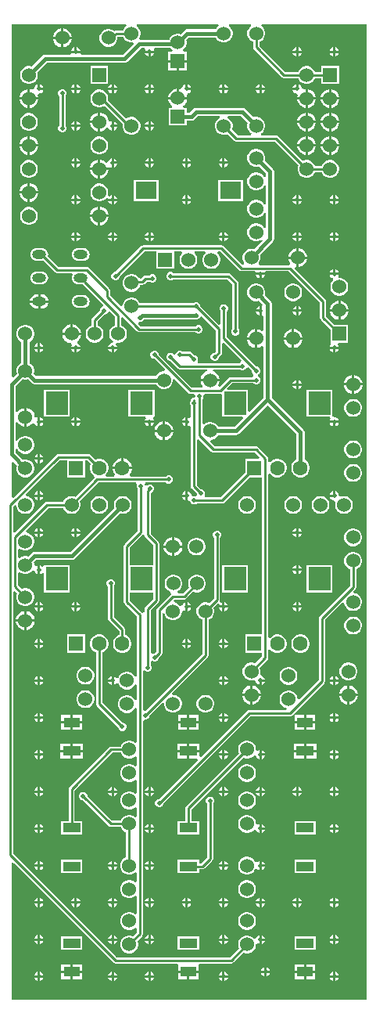
<source format=gtl>
G04*
G04 #@! TF.GenerationSoftware,Altium Limited,Altium Designer,25.8.1 (18)*
G04*
G04 Layer_Physical_Order=1*
G04 Layer_Color=255*
%FSLAX44Y44*%
%MOMM*%
G71*
G04*
G04 #@! TF.SameCoordinates,31FAA1C7-D2ED-409D-A29A-1505F3418D97*
G04*
G04*
G04 #@! TF.FilePolarity,Positive*
G04*
G01*
G75*
%ADD10C,0.2540*%
%ADD23C,0.4500*%
%ADD24C,1.6000*%
%ADD25R,1.6000X1.6000*%
%ADD26R,2.4000X2.5000*%
%ADD27C,1.5240*%
%ADD28R,1.5240X1.5240*%
%ADD29R,2.3000X1.9000*%
%ADD30R,1.5240X1.5240*%
%ADD31O,1.5240X1.0000*%
%ADD32R,1.9000X1.1000*%
%ADD33R,1.7000X1.1000*%
%ADD34C,0.5000*%
G36*
X229616Y1058000D02*
X229093Y1057698D01*
X227302Y1055907D01*
X226394Y1054333D01*
X195000D01*
X193342Y1054003D01*
X191936Y1053064D01*
X188022Y1049150D01*
X186266Y1049620D01*
X183734D01*
X181287Y1048964D01*
X179093Y1047698D01*
X177302Y1045907D01*
X176036Y1043713D01*
X175819Y1042903D01*
X144205D01*
X144159Y1042940D01*
X143250Y1044355D01*
X143139Y1044857D01*
X143964Y1046287D01*
X144620Y1048734D01*
Y1051266D01*
X143964Y1053713D01*
X142698Y1055907D01*
X140907Y1057698D01*
X140384Y1058000D01*
X140920Y1060000D01*
X229081D01*
X229616Y1058000D01*
D02*
G37*
G36*
X390000Y5000D02*
X5000D01*
Y152672D01*
X6848Y153437D01*
X115142Y45142D01*
X116224Y44420D01*
X117500Y44166D01*
X183843D01*
X185460Y43240D01*
X185460Y42166D01*
Y36470D01*
X207540D01*
Y42166D01*
X207540Y43240D01*
X209156Y44166D01*
X242900D01*
X244176Y44420D01*
X245257Y45142D01*
X255947Y55832D01*
X256287Y55636D01*
X258734Y54980D01*
X261266D01*
X263713Y55636D01*
X265907Y56902D01*
X267698Y58693D01*
X268964Y60887D01*
X269620Y63334D01*
Y64924D01*
X271620Y65752D01*
X271645Y65727D01*
X273230Y65071D01*
Y70000D01*
Y74929D01*
X271645Y74273D01*
X270227Y72855D01*
X269569Y71266D01*
X268668Y70901D01*
X267460Y70745D01*
X265907Y72298D01*
X263713Y73564D01*
X261266Y74220D01*
X258734D01*
X256287Y73564D01*
X254093Y72298D01*
X252302Y70507D01*
X251036Y68313D01*
X250380Y65866D01*
Y63334D01*
X251036Y60887D01*
X251232Y60547D01*
X241519Y50834D01*
X118881D01*
X6824Y162891D01*
Y446248D01*
X8672Y447013D01*
X11232Y444453D01*
X11036Y444113D01*
X10380Y441666D01*
Y439133D01*
X11036Y436687D01*
X12302Y434493D01*
X14093Y432702D01*
X16287Y431436D01*
X18734Y430780D01*
X21267D01*
X23713Y431436D01*
X25907Y432702D01*
X27698Y434493D01*
X28964Y436687D01*
X29620Y439133D01*
Y441666D01*
X28964Y444113D01*
X27698Y446307D01*
X25907Y448098D01*
X23713Y449364D01*
X21267Y450020D01*
X18734D01*
X16287Y449364D01*
X15947Y449168D01*
X11904Y453211D01*
Y466663D01*
X13904Y467491D01*
X14093Y467302D01*
X16287Y466036D01*
X18734Y465380D01*
X21267D01*
X23713Y466036D01*
X25907Y467302D01*
X27502Y468897D01*
X28197Y468932D01*
X28258Y468925D01*
X29666Y468501D01*
X30227Y467145D01*
X31645Y465727D01*
X33230Y465071D01*
Y470000D01*
Y474929D01*
X31645Y474273D01*
X31620Y474248D01*
X29620Y475076D01*
Y476267D01*
X29150Y478022D01*
X31795Y480667D01*
X70400D01*
X72058Y480997D01*
X73464Y481936D01*
X122378Y530850D01*
X124134Y530380D01*
X126666D01*
X129113Y531036D01*
X131307Y532302D01*
X133098Y534093D01*
X134364Y536287D01*
X135020Y538733D01*
Y541267D01*
X134364Y543713D01*
X133098Y545907D01*
X131307Y547698D01*
X129113Y548964D01*
X126666Y549620D01*
X124134D01*
X121687Y548964D01*
X119493Y547698D01*
X117702Y545907D01*
X116436Y543713D01*
X115780Y541267D01*
Y538733D01*
X116250Y536978D01*
X68605Y489333D01*
X30000D01*
X28342Y489003D01*
X26936Y488064D01*
X23022Y484150D01*
X21267Y484620D01*
X18734D01*
X16287Y483964D01*
X14093Y482698D01*
X13904Y482509D01*
X11904Y483337D01*
Y492063D01*
X13904Y492891D01*
X14093Y492702D01*
X16287Y491436D01*
X18734Y490780D01*
X21267D01*
X23713Y491436D01*
X25907Y492702D01*
X27698Y494493D01*
X28964Y496687D01*
X29620Y499133D01*
Y501666D01*
X28964Y504113D01*
X27698Y506307D01*
X25907Y508098D01*
X23713Y509364D01*
X21267Y510020D01*
X20999D01*
X20171Y512020D01*
X44817Y536666D01*
X60934D01*
X61036Y536287D01*
X62302Y534093D01*
X64093Y532302D01*
X66287Y531036D01*
X68734Y530380D01*
X71266D01*
X73713Y531036D01*
X75907Y532302D01*
X77698Y534093D01*
X78964Y536287D01*
X79620Y538733D01*
Y541267D01*
X78964Y543713D01*
X78768Y544053D01*
X98881Y564166D01*
X139711D01*
X139991Y563915D01*
X140883Y562166D01*
X140485Y561205D01*
Y559415D01*
X141170Y557761D01*
X141651Y557281D01*
Y511708D01*
X127583Y497639D01*
X126860Y496558D01*
X126606Y495282D01*
Y435060D01*
X126860Y433784D01*
X127583Y432702D01*
X140596Y419689D01*
Y354887D01*
X138596Y354351D01*
X137698Y355907D01*
X135907Y357698D01*
X133713Y358964D01*
X131266Y359620D01*
X128734D01*
X126287Y358964D01*
X124093Y357698D01*
X122302Y355907D01*
X121036Y353713D01*
X120857Y353048D01*
X118773Y352855D01*
X117355Y354273D01*
X115770Y354929D01*
Y350000D01*
Y345071D01*
X117355Y345727D01*
X118773Y347145D01*
X120857Y346952D01*
X121036Y346287D01*
X122302Y344093D01*
X124093Y342302D01*
X126287Y341036D01*
X128734Y340380D01*
X131266D01*
X133713Y341036D01*
X135907Y342302D01*
X137698Y344093D01*
X138596Y345649D01*
X140596Y345113D01*
Y329487D01*
X138596Y328951D01*
X137698Y330507D01*
X135907Y332298D01*
X133713Y333564D01*
X131266Y334220D01*
X128734D01*
X126287Y333564D01*
X124093Y332298D01*
X122302Y330507D01*
X121036Y328313D01*
X120380Y325867D01*
Y323334D01*
X121036Y320887D01*
X122302Y318693D01*
X124093Y316902D01*
X126287Y315636D01*
X128734Y314980D01*
X131266D01*
X133713Y315636D01*
X135907Y316902D01*
X137698Y318693D01*
X138596Y320249D01*
X140596Y319713D01*
Y283737D01*
X138596Y282909D01*
X138407Y283098D01*
X136213Y284364D01*
X133766Y285020D01*
X131234D01*
X128787Y284364D01*
X126593Y283098D01*
X124802Y281307D01*
X123536Y279113D01*
X123434Y278734D01*
X112900D01*
X111624Y278480D01*
X110542Y277757D01*
X67642Y234858D01*
X66920Y233776D01*
X66666Y232500D01*
Y198300D01*
X58500D01*
Y183300D01*
X81500D01*
Y198300D01*
X73334D01*
Y231119D01*
X114281Y272066D01*
X123434D01*
X123536Y271687D01*
X124802Y269493D01*
X126593Y267702D01*
X128787Y266436D01*
X131234Y265780D01*
X133766D01*
X136213Y266436D01*
X138407Y267702D01*
X138596Y267891D01*
X140596Y267063D01*
Y258337D01*
X138596Y257509D01*
X138407Y257698D01*
X136213Y258964D01*
X133766Y259620D01*
X131234D01*
X128787Y258964D01*
X126593Y257698D01*
X124802Y255907D01*
X123536Y253713D01*
X122880Y251266D01*
Y248734D01*
X123536Y246287D01*
X124802Y244093D01*
X126593Y242302D01*
X128787Y241036D01*
X131234Y240380D01*
X133766D01*
X136213Y241036D01*
X138407Y242302D01*
X138596Y242491D01*
X140596Y241663D01*
Y228737D01*
X138596Y227909D01*
X138407Y228098D01*
X136213Y229364D01*
X133766Y230020D01*
X131234D01*
X128787Y229364D01*
X126593Y228098D01*
X124802Y226307D01*
X123536Y224113D01*
X122880Y221667D01*
Y219133D01*
X123536Y216687D01*
X124802Y214493D01*
X126593Y212702D01*
X128787Y211436D01*
X131234Y210780D01*
X133766D01*
X136213Y211436D01*
X138407Y212702D01*
X138596Y212891D01*
X140596Y212063D01*
Y203337D01*
X138596Y202509D01*
X138407Y202698D01*
X136213Y203964D01*
X133766Y204620D01*
X131234D01*
X128787Y203964D01*
X126593Y202698D01*
X124802Y200907D01*
X123536Y198713D01*
X123434Y198334D01*
X113881D01*
X87000Y225215D01*
Y225895D01*
X86315Y227549D01*
X85049Y228815D01*
X83395Y229500D01*
X81605D01*
X79951Y228815D01*
X78685Y227549D01*
X78000Y225895D01*
Y224105D01*
X78685Y222451D01*
X79951Y221185D01*
X81605Y220500D01*
X82285D01*
X110142Y192642D01*
X111224Y191920D01*
X112500Y191666D01*
X123434D01*
X123536Y191287D01*
X124802Y189093D01*
X126593Y187302D01*
X128787Y186036D01*
X129166Y185934D01*
Y159066D01*
X128787Y158964D01*
X126593Y157698D01*
X124802Y155907D01*
X123536Y153713D01*
X122880Y151266D01*
Y148734D01*
X123536Y146287D01*
X124802Y144093D01*
X126593Y142302D01*
X128787Y141036D01*
X131234Y140380D01*
X133766D01*
X136213Y141036D01*
X138407Y142302D01*
X138596Y142491D01*
X140596Y141663D01*
Y132937D01*
X138596Y132109D01*
X138407Y132298D01*
X136213Y133564D01*
X133766Y134220D01*
X131234D01*
X128787Y133564D01*
X126593Y132298D01*
X124802Y130507D01*
X123536Y128313D01*
X122880Y125866D01*
Y123334D01*
X123536Y120887D01*
X124802Y118693D01*
X126593Y116902D01*
X128787Y115636D01*
X131234Y114980D01*
X133766D01*
X136213Y115636D01*
X138407Y116902D01*
X138596Y117091D01*
X140596Y116263D01*
Y98337D01*
X138596Y97509D01*
X138407Y97698D01*
X136213Y98964D01*
X133766Y99620D01*
X131234D01*
X128787Y98964D01*
X126593Y97698D01*
X124802Y95907D01*
X123536Y93713D01*
X122880Y91266D01*
Y88734D01*
X123536Y86287D01*
X124802Y84093D01*
X126593Y82302D01*
X128787Y81036D01*
X131234Y80380D01*
X133766D01*
X136213Y81036D01*
X138407Y82302D01*
X138596Y82491D01*
X140596Y81663D01*
Y77411D01*
X136553Y73368D01*
X136213Y73564D01*
X133766Y74220D01*
X131234D01*
X128787Y73564D01*
X126593Y72298D01*
X124802Y70507D01*
X123536Y68313D01*
X122880Y65866D01*
Y63334D01*
X123536Y60887D01*
X124802Y58693D01*
X126593Y56902D01*
X128787Y55636D01*
X131234Y54980D01*
X133766D01*
X136213Y55636D01*
X138407Y56902D01*
X140198Y58693D01*
X141464Y60887D01*
X142120Y63334D01*
Y65866D01*
X141464Y68313D01*
X141268Y68653D01*
X146287Y73672D01*
X147010Y74754D01*
X147264Y76030D01*
Y306598D01*
X149105Y308000D01*
X150895D01*
X152549Y308685D01*
X153815Y309951D01*
X154500Y311605D01*
Y312285D01*
X168380Y326165D01*
X170380Y325336D01*
Y323733D01*
X171036Y321287D01*
X172302Y319093D01*
X174093Y317302D01*
X176287Y316036D01*
X178734Y315380D01*
X181266D01*
X183713Y316036D01*
X185907Y317302D01*
X187698Y319093D01*
X188964Y321287D01*
X189620Y323733D01*
Y326267D01*
X188964Y328713D01*
X187698Y330907D01*
X185907Y332698D01*
X183713Y333964D01*
X181266Y334620D01*
X179664D01*
X178835Y336620D01*
X217358Y375143D01*
X218080Y376224D01*
X218334Y377500D01*
Y415934D01*
X218713Y416036D01*
X220907Y417302D01*
X222698Y419093D01*
X223964Y421287D01*
X224620Y423733D01*
Y426267D01*
X223964Y428713D01*
X223768Y429053D01*
X228692Y433977D01*
X230227Y432855D01*
X229571Y431270D01*
X233230D01*
Y434929D01*
X231645Y434273D01*
X230202Y435658D01*
X230580Y436224D01*
X230834Y437500D01*
Y504470D01*
X231315Y504951D01*
X232000Y506605D01*
Y508395D01*
X231315Y510049D01*
X230049Y511315D01*
X228395Y512000D01*
X226605D01*
X224951Y511315D01*
X223685Y510049D01*
X223000Y508395D01*
Y506605D01*
X223685Y504951D01*
X224166Y504470D01*
Y438881D01*
X219053Y433768D01*
X218713Y433964D01*
X216266Y434620D01*
X213734D01*
X211287Y433964D01*
X209093Y432698D01*
X207302Y430907D01*
X206036Y428713D01*
X205380Y426267D01*
Y423733D01*
X206036Y421287D01*
X207302Y419093D01*
X209093Y417302D01*
X211287Y416036D01*
X211666Y415934D01*
Y378881D01*
X149785Y317000D01*
X149105D01*
X147264Y318402D01*
Y360283D01*
X149264Y361102D01*
X149951Y360415D01*
X151605Y359730D01*
X153395D01*
X155049Y360415D01*
X156315Y361681D01*
X157000Y363335D01*
Y365125D01*
X156315Y366779D01*
X155524Y367570D01*
Y370284D01*
X157451Y371185D01*
X159105Y370500D01*
X160895D01*
X162549Y371185D01*
X163815Y372451D01*
X164500Y374105D01*
Y374785D01*
X167358Y377643D01*
X168080Y378724D01*
X168334Y380000D01*
Y422684D01*
X168552Y422829D01*
X170855Y421962D01*
X171036Y421287D01*
X172302Y419093D01*
X174093Y417302D01*
X176287Y416036D01*
X178734Y415380D01*
X181266D01*
X183713Y416036D01*
X185907Y417302D01*
X187698Y419093D01*
X188964Y421287D01*
X189620Y423733D01*
Y424924D01*
X191620Y425752D01*
X191645Y425727D01*
X193230Y425071D01*
Y430000D01*
Y434929D01*
X191645Y434273D01*
X190227Y432855D01*
X189666Y431499D01*
X188258Y431075D01*
X188197Y431067D01*
X187502Y431103D01*
X185907Y432698D01*
X183713Y433964D01*
X181266Y434620D01*
X181192D01*
X180431Y436385D01*
X181586Y437818D01*
X191952D01*
X193228Y438072D01*
X194310Y438795D01*
X201747Y446232D01*
X202087Y446036D01*
X204534Y445380D01*
X207066D01*
X209513Y446036D01*
X211707Y447302D01*
X213498Y449093D01*
X214764Y451287D01*
X215420Y453733D01*
Y456267D01*
X214764Y458713D01*
X213498Y460907D01*
X211707Y462698D01*
X209513Y463964D01*
X207066Y464620D01*
X204534D01*
X202087Y463964D01*
X199893Y462698D01*
X198102Y460907D01*
X196836Y458713D01*
X196180Y456267D01*
Y453733D01*
X196836Y451287D01*
X197032Y450947D01*
X190571Y444486D01*
X185430D01*
X184894Y446486D01*
X186307Y447302D01*
X188098Y449093D01*
X189364Y451287D01*
X190020Y453733D01*
Y456267D01*
X189364Y458713D01*
X188098Y460907D01*
X186307Y462698D01*
X184113Y463964D01*
X181667Y464620D01*
X179133D01*
X176687Y463964D01*
X174493Y462698D01*
X172702Y460907D01*
X171436Y458713D01*
X170780Y456267D01*
Y453733D01*
X171436Y451287D01*
X172702Y449093D01*
X174493Y447302D01*
X176687Y446036D01*
X177489Y445821D01*
X177847Y443654D01*
X177630Y443510D01*
X162642Y428522D01*
X161920Y427440D01*
X161666Y426165D01*
Y381381D01*
X159785Y379500D01*
X159105D01*
X157451Y378815D01*
X155524Y379716D01*
Y425836D01*
X163918Y434229D01*
X164640Y435311D01*
X164894Y436587D01*
Y498369D01*
X164640Y499645D01*
X163918Y500726D01*
X155834Y508810D01*
Y553000D01*
X155895D01*
X157549Y553685D01*
X158815Y554951D01*
X159500Y556605D01*
Y558395D01*
X158815Y560049D01*
X157549Y561315D01*
X155895Y562000D01*
X154105D01*
X152451Y561315D01*
X151976Y560840D01*
X149834Y561192D01*
X149190Y562367D01*
X149979Y563915D01*
X150259Y564166D01*
X171970D01*
X172451Y563685D01*
X174105Y563000D01*
X175895D01*
X177549Y563685D01*
X178815Y564951D01*
X179500Y566605D01*
Y568395D01*
X178815Y570049D01*
X177549Y571315D01*
X175895Y572000D01*
X174105D01*
X172451Y571315D01*
X171970Y570834D01*
X133568D01*
X132740Y572834D01*
X133434Y573528D01*
X134822Y575932D01*
X135540Y578612D01*
Y578730D01*
X114460D01*
Y578612D01*
X115178Y575932D01*
X116566Y573528D01*
X117260Y572834D01*
X116432Y570834D01*
X107805D01*
X106976Y572834D01*
X108002Y573860D01*
X109319Y576140D01*
X110000Y578684D01*
Y581316D01*
X109319Y583860D01*
X108002Y586140D01*
X106140Y588002D01*
X103860Y589319D01*
X101316Y590000D01*
X98684D01*
X96140Y589319D01*
X95669Y589046D01*
X90548Y594168D01*
X89466Y594890D01*
X88190Y595144D01*
X55645D01*
X54370Y594890D01*
X53288Y594168D01*
X6848Y547727D01*
X5000Y548493D01*
Y585859D01*
X6848Y586624D01*
X10850Y582622D01*
X10380Y580867D01*
Y578334D01*
X11036Y575887D01*
X12302Y573693D01*
X14093Y571902D01*
X16287Y570636D01*
X18734Y569980D01*
X21267D01*
X23713Y570636D01*
X25907Y571902D01*
X27698Y573693D01*
X28964Y575887D01*
X29620Y578334D01*
Y580867D01*
X28964Y583313D01*
X27698Y585507D01*
X25907Y587298D01*
X23713Y588564D01*
X21267Y589220D01*
X18734D01*
X16978Y588750D01*
X9333Y596395D01*
Y600235D01*
X11333Y600771D01*
X12302Y599093D01*
X14093Y597302D01*
X16287Y596036D01*
X18734Y595380D01*
X21267D01*
X23713Y596036D01*
X25907Y597302D01*
X27698Y599093D01*
X28964Y601287D01*
X29620Y603733D01*
Y606267D01*
X28964Y608713D01*
X27698Y610907D01*
X25907Y612698D01*
X23713Y613964D01*
X21267Y614620D01*
X18734D01*
X16287Y613964D01*
X14093Y612698D01*
X12302Y610907D01*
X11333Y609229D01*
X9333Y609765D01*
Y629155D01*
X11333Y629691D01*
X11870Y628762D01*
X13762Y626870D01*
X16078Y625532D01*
X18662Y624840D01*
X18730D01*
Y635000D01*
Y645160D01*
X18662D01*
X16078Y644468D01*
X13762Y643130D01*
X11870Y641238D01*
X11333Y640309D01*
X9333Y640845D01*
Y668205D01*
X16978Y675850D01*
X18734Y675380D01*
X21267D01*
X23022Y675850D01*
X26936Y671936D01*
X28342Y670997D01*
X30000Y670667D01*
X161394D01*
X162302Y669093D01*
X164093Y667302D01*
X166287Y666036D01*
X168734Y665380D01*
X171266D01*
X173713Y666036D01*
X175907Y667302D01*
X177698Y669093D01*
X178964Y671287D01*
X179620Y673734D01*
Y675337D01*
X181620Y676165D01*
X196572Y661212D01*
X197654Y660490D01*
X198930Y660236D01*
X202638D01*
X204040Y658395D01*
Y658067D01*
X202500Y656334D01*
X201224Y656080D01*
X200142Y655358D01*
X199420Y654276D01*
X199173Y653037D01*
X198685Y652549D01*
X198000Y650895D01*
Y649105D01*
X198685Y647451D01*
X199166Y646970D01*
Y635290D01*
X198089Y634685D01*
X197166Y634351D01*
X195770Y634929D01*
Y630000D01*
Y625071D01*
X197166Y625649D01*
X198089Y625315D01*
X199166Y624710D01*
Y560000D01*
X199420Y558724D01*
X200142Y557643D01*
X205500Y552285D01*
Y551605D01*
X205944Y550533D01*
X204467Y549056D01*
X203395Y549500D01*
X201605D01*
X201540Y549473D01*
X199540Y550809D01*
Y551002D01*
X198773Y552855D01*
X197355Y554273D01*
X195770Y554929D01*
Y550000D01*
Y545071D01*
X196000Y545166D01*
X197828Y544196D01*
X198097Y543870D01*
X198685Y542451D01*
X199951Y541185D01*
X201605Y540500D01*
X203395D01*
X205049Y541185D01*
X205530Y541666D01*
X233000D01*
X234276Y541920D01*
X235357Y542643D01*
X262715Y570000D01*
X276476D01*
Y400000D01*
X258000D01*
Y380000D01*
X276476D01*
Y376191D01*
X269053Y368768D01*
X268713Y368964D01*
X266266Y369620D01*
X263734D01*
X261287Y368964D01*
X259093Y367698D01*
X257302Y365907D01*
X256036Y363713D01*
X255380Y361267D01*
Y358733D01*
X256036Y356287D01*
X257302Y354093D01*
X259093Y352302D01*
X261287Y351036D01*
X263734Y350380D01*
X266266D01*
X267460Y350700D01*
X269454Y349284D01*
X269460Y349270D01*
Y348997D01*
X270227Y347145D01*
X271645Y345727D01*
X273230Y345071D01*
Y350000D01*
X274500D01*
Y351270D01*
X279429D01*
X278773Y352855D01*
X277355Y354273D01*
X275544Y355023D01*
X275495Y355046D01*
X275187Y355296D01*
X274166Y357040D01*
X274620Y358733D01*
Y361267D01*
X273964Y363713D01*
X273768Y364053D01*
X282167Y372453D01*
X282890Y373534D01*
X283144Y374810D01*
Y383071D01*
X284498Y383647D01*
X285144Y383714D01*
X286860Y381998D01*
X289140Y380681D01*
X291684Y380000D01*
X294317D01*
X296860Y380681D01*
X299140Y381998D01*
X301002Y383860D01*
X302318Y386140D01*
X303000Y388683D01*
Y391316D01*
X302318Y393860D01*
X301002Y396140D01*
X299140Y398002D01*
X296860Y399319D01*
X294317Y400000D01*
X291684D01*
X289140Y399319D01*
X286860Y398002D01*
X285144Y396286D01*
X284498Y396353D01*
X283144Y396929D01*
Y573071D01*
X284498Y573647D01*
X285144Y573714D01*
X286860Y571998D01*
X289140Y570681D01*
X291684Y570000D01*
X294317D01*
X296860Y570681D01*
X299140Y571998D01*
X301002Y573860D01*
X302318Y576140D01*
X303000Y578684D01*
Y581316D01*
X302318Y583860D01*
X301002Y586140D01*
X299140Y588002D01*
X296860Y589319D01*
X294317Y590000D01*
X291684D01*
X289140Y589319D01*
X286860Y588002D01*
X285144Y586286D01*
X284498Y586353D01*
X283144Y586929D01*
Y590190D01*
X282890Y591466D01*
X282167Y592547D01*
X272279Y602436D01*
X271197Y603159D01*
X269921Y603413D01*
X225138D01*
X220171Y608380D01*
X220999Y610380D01*
X221266D01*
X223713Y611036D01*
X225907Y612302D01*
X227698Y614093D01*
X228606Y615667D01*
X248524D01*
X250182Y615997D01*
X251588Y616936D01*
X282500Y647848D01*
X313667Y616681D01*
Y589045D01*
X311860Y588002D01*
X309998Y586140D01*
X308682Y583860D01*
X308000Y581316D01*
Y578684D01*
X308682Y576140D01*
X309998Y573860D01*
X311860Y571998D01*
X314140Y570681D01*
X316684Y570000D01*
X319317D01*
X321860Y570681D01*
X324140Y571998D01*
X326002Y573860D01*
X327318Y576140D01*
X328000Y578684D01*
Y581316D01*
X327318Y583860D01*
X326002Y586140D01*
X324140Y588002D01*
X322333Y589045D01*
Y618476D01*
X322003Y620134D01*
X321064Y621540D01*
X286833Y655771D01*
Y757500D01*
X286503Y759158D01*
X285564Y760564D01*
X279150Y766978D01*
X279620Y768734D01*
Y771266D01*
X278964Y773713D01*
X277698Y775907D01*
X275907Y777698D01*
X273713Y778964D01*
X271266Y779620D01*
X268734D01*
X266287Y778964D01*
X264093Y777698D01*
X262302Y775907D01*
X261036Y773713D01*
X260380Y771266D01*
Y768734D01*
X261036Y766287D01*
X262302Y764093D01*
X264093Y762302D01*
X266287Y761036D01*
X268734Y760380D01*
X271266D01*
X273022Y760850D01*
X277065Y756807D01*
X276977Y756567D01*
X275770Y755317D01*
Y750000D01*
Y745071D01*
X276167Y745235D01*
X278167Y743926D01*
Y729030D01*
X276497Y728251D01*
X276167Y728171D01*
X273922Y729468D01*
X271338Y730160D01*
X271270D01*
Y720000D01*
Y709840D01*
X271338D01*
X273922Y710532D01*
X276167Y711829D01*
X276497Y711749D01*
X278167Y710970D01*
Y655771D01*
X263098Y640702D01*
X261250Y641467D01*
Y664500D01*
X239190D01*
X238425Y666348D01*
X243743Y671666D01*
X266970D01*
X267451Y671185D01*
X269105Y670500D01*
X270895D01*
X272549Y671185D01*
X273815Y672451D01*
X274500Y674105D01*
Y675895D01*
X273815Y677549D01*
X272549Y678815D01*
X272301Y678918D01*
Y681082D01*
X272549Y681185D01*
X273815Y682451D01*
X274500Y684105D01*
Y685895D01*
X273815Y687549D01*
X272549Y688815D01*
X270895Y689500D01*
X270215D01*
X238334Y721381D01*
Y749470D01*
X238815Y749951D01*
X239500Y751605D01*
Y753395D01*
X238815Y755049D01*
X237549Y756315D01*
X235895Y757000D01*
X234105D01*
X232451Y756315D01*
X231185Y755049D01*
X230500Y753395D01*
Y751605D01*
X231185Y749951D01*
X231666Y749470D01*
Y735662D01*
X229818Y734897D01*
X209500Y755215D01*
Y755895D01*
X208815Y757549D01*
X207549Y758815D01*
X205895Y759500D01*
X204105D01*
X202451Y758815D01*
X201970Y758334D01*
X143952D01*
X142698Y760507D01*
X140907Y762298D01*
X138713Y763564D01*
X136266Y764220D01*
X133734D01*
X131287Y763564D01*
X129093Y762298D01*
X127302Y760507D01*
X126036Y758313D01*
X125380Y755866D01*
Y755599D01*
X123380Y754771D01*
X111601Y766549D01*
Y772212D01*
X111348Y773488D01*
X110625Y774569D01*
X88627Y796568D01*
X87545Y797290D01*
X86269Y797544D01*
X55591D01*
X44359Y808776D01*
X44440Y808973D01*
X44680Y810800D01*
X44440Y812627D01*
X43734Y814330D01*
X42613Y815792D01*
X41150Y816915D01*
X39447Y817620D01*
X37620Y817860D01*
X32380D01*
X30553Y817620D01*
X28850Y816915D01*
X27387Y815792D01*
X26265Y814330D01*
X25560Y812627D01*
X25320Y810800D01*
X25560Y808973D01*
X26265Y807270D01*
X27387Y805808D01*
X28850Y804686D01*
X30553Y803980D01*
X32380Y803740D01*
X37620D01*
X39447Y803980D01*
X39643Y804061D01*
X51852Y791852D01*
X52934Y791130D01*
X54210Y790876D01*
X70238D01*
X71266Y788930D01*
X70560Y787227D01*
X70320Y785400D01*
X70560Y783573D01*
X71266Y781870D01*
X72387Y780408D01*
X73850Y779286D01*
X75553Y778580D01*
X77380Y778340D01*
X82345D01*
X104185Y756500D01*
X104159Y755866D01*
X103576Y754281D01*
X102451Y753815D01*
X101185Y752549D01*
X100500Y750895D01*
Y750215D01*
X92642Y742357D01*
X91920Y741276D01*
X91666Y740000D01*
Y734066D01*
X91287Y733964D01*
X89093Y732698D01*
X87302Y730907D01*
X86036Y728713D01*
X85380Y726266D01*
Y723734D01*
X86036Y721287D01*
X87302Y719093D01*
X89093Y717302D01*
X91287Y716036D01*
X93734Y715380D01*
X96266D01*
X98713Y716036D01*
X100907Y717302D01*
X102698Y719093D01*
X103964Y721287D01*
X104620Y723734D01*
Y726266D01*
X103964Y728713D01*
X102698Y730907D01*
X100907Y732698D01*
X98713Y733964D01*
X98334Y734066D01*
Y738619D01*
X105215Y745500D01*
X105895D01*
X107549Y746185D01*
X108815Y747451D01*
X109281Y748576D01*
X110866Y749159D01*
X111500Y749185D01*
X117066Y743619D01*
Y734066D01*
X116687Y733964D01*
X114493Y732698D01*
X112702Y730907D01*
X111436Y728713D01*
X110780Y726266D01*
Y723734D01*
X111436Y721287D01*
X112702Y719093D01*
X114493Y717302D01*
X114947Y717040D01*
X114411Y715040D01*
X113497D01*
X111645Y714273D01*
X110227Y712855D01*
X109571Y711270D01*
X119429D01*
X118773Y712855D01*
X118020Y713608D01*
X119055Y715401D01*
X119134Y715380D01*
X121666D01*
X124113Y716036D01*
X126307Y717302D01*
X128098Y719093D01*
X129364Y721287D01*
X130020Y723734D01*
Y726266D01*
X129364Y728713D01*
X128098Y730907D01*
X126307Y732698D01*
X124113Y733964D01*
X123734Y734066D01*
Y742373D01*
X125582Y743139D01*
X141078Y727643D01*
X142160Y726920D01*
X143436Y726666D01*
X204470D01*
X204951Y726185D01*
X206605Y725500D01*
X208395D01*
X210049Y726185D01*
X211315Y727451D01*
X212000Y729105D01*
Y730895D01*
X211315Y732549D01*
X210049Y733815D01*
X208395Y734500D01*
X206605D01*
X204951Y733815D01*
X204470Y733334D01*
X144817D01*
X142308Y735842D01*
X142791Y737054D01*
X143289Y737690D01*
X144835D01*
X146489Y738375D01*
X147755Y739641D01*
X147922Y740043D01*
X148545Y740667D01*
X203702D01*
X204105Y740500D01*
X205895D01*
X207549Y741185D01*
X208815Y742451D01*
X209164Y743293D01*
X211348Y743937D01*
X226506Y728779D01*
Y706221D01*
X224785Y704500D01*
X224105D01*
X222451Y703815D01*
X221185Y702549D01*
X220500Y700895D01*
Y699105D01*
X221185Y697451D01*
X222451Y696185D01*
X224105Y695500D01*
X225895D01*
X227549Y696185D01*
X228815Y697451D01*
X229500Y699105D01*
Y699785D01*
X232197Y702483D01*
X232920Y703564D01*
X233174Y704840D01*
Y714498D01*
X235022Y715263D01*
X253937Y696348D01*
X253293Y694164D01*
X252451Y693815D01*
X251970Y693334D01*
X207526D01*
X207038Y693986D01*
X206474Y695334D01*
X207000Y696605D01*
Y698395D01*
X206315Y700049D01*
X205049Y701315D01*
X203395Y702000D01*
X202715D01*
X199858Y704857D01*
X198776Y705580D01*
X197500Y705834D01*
X190530D01*
X190049Y706315D01*
X188395Y707000D01*
X186605D01*
X184951Y706315D01*
X183685Y705049D01*
X183024Y703453D01*
X182572Y703214D01*
X181000Y702864D01*
X180049Y703815D01*
X178395Y704500D01*
X176605D01*
X174951Y703815D01*
X173685Y702549D01*
X173000Y700895D01*
Y699105D01*
X173685Y697451D01*
X174951Y696185D01*
X176605Y695500D01*
X177285D01*
X185142Y687643D01*
X186224Y686920D01*
X187500Y686666D01*
X216555D01*
X216819Y684666D01*
X216078Y684468D01*
X213762Y683130D01*
X211870Y681238D01*
X210532Y678922D01*
X209840Y676338D01*
Y676270D01*
X220000D01*
X230160D01*
Y676338D01*
X229468Y678922D01*
X228130Y681238D01*
X226238Y683130D01*
X223922Y684468D01*
X223181Y684666D01*
X223445Y686666D01*
X251970D01*
X252451Y686185D01*
X254105Y685500D01*
X255895D01*
X257549Y686185D01*
X258815Y687451D01*
X259164Y688293D01*
X261348Y688937D01*
X265500Y684785D01*
Y684105D01*
X266185Y682451D01*
X266923Y681713D01*
X267001Y679631D01*
X266891Y679252D01*
X265941Y678334D01*
X242362D01*
X241086Y678080D01*
X240004Y677357D01*
X230611Y667964D01*
X229960Y667931D01*
X229667Y668214D01*
X229050Y670355D01*
X229468Y671078D01*
X230160Y673662D01*
Y673730D01*
X220000D01*
X209840D01*
Y673662D01*
X210532Y671078D01*
X211788Y668904D01*
X211509Y667857D01*
X211114Y666904D01*
X200311D01*
X164500Y702715D01*
Y703395D01*
X163815Y705049D01*
X162549Y706315D01*
X160895Y707000D01*
X159105D01*
X157451Y706315D01*
X156185Y705049D01*
X155500Y703395D01*
Y701605D01*
X156185Y699951D01*
X157451Y698685D01*
X159105Y698000D01*
X159785D01*
X171165Y686620D01*
X170336Y684620D01*
X168734D01*
X166287Y683964D01*
X164093Y682698D01*
X162302Y680907D01*
X161394Y679333D01*
X31795D01*
X29150Y681978D01*
X29620Y683734D01*
Y686266D01*
X28964Y688713D01*
X27698Y690907D01*
X25907Y692698D01*
X24333Y693606D01*
Y716394D01*
X25907Y717302D01*
X27698Y719093D01*
X28964Y721287D01*
X29620Y723734D01*
Y726266D01*
X28964Y728713D01*
X27698Y730907D01*
X25907Y732698D01*
X23713Y733964D01*
X21267Y734620D01*
X18734D01*
X16287Y733964D01*
X14093Y732698D01*
X12302Y730907D01*
X11036Y728713D01*
X10380Y726266D01*
Y723734D01*
X11036Y721287D01*
X12302Y719093D01*
X14093Y717302D01*
X15667Y716394D01*
Y693606D01*
X14093Y692698D01*
X12302Y690907D01*
X11036Y688713D01*
X10380Y686266D01*
Y683734D01*
X10850Y681978D01*
X6848Y677976D01*
X5000Y678741D01*
Y1060000D01*
X129080D01*
X129616Y1058000D01*
X129093Y1057698D01*
X127302Y1055907D01*
X126036Y1053713D01*
X125934Y1053334D01*
X118437D01*
X117161Y1053080D01*
X116180Y1052425D01*
X115907Y1052698D01*
X113713Y1053964D01*
X111266Y1054620D01*
X108734D01*
X106287Y1053964D01*
X104093Y1052698D01*
X102302Y1050907D01*
X101036Y1048713D01*
X100380Y1046266D01*
Y1043734D01*
X101036Y1041287D01*
X102302Y1039093D01*
X104093Y1037302D01*
X106287Y1036036D01*
X108734Y1035380D01*
X111266D01*
X113713Y1036036D01*
X115907Y1037302D01*
X117698Y1039093D01*
X118964Y1041287D01*
X119620Y1043734D01*
Y1046266D01*
X121536Y1046666D01*
X125934D01*
X126036Y1046287D01*
X127302Y1044093D01*
X129093Y1042302D01*
X131287Y1041036D01*
X133734Y1040380D01*
X136266D01*
X136481Y1040437D01*
X137516Y1038644D01*
X125705Y1026833D01*
X80808D01*
X79541Y1028730D01*
X69459D01*
X68192Y1026833D01*
X41300D01*
X39642Y1026503D01*
X38236Y1025564D01*
X26822Y1014150D01*
X25066Y1014620D01*
X22534D01*
X20087Y1013964D01*
X17893Y1012698D01*
X16102Y1010907D01*
X14836Y1008713D01*
X14180Y1006266D01*
Y1003734D01*
X14836Y1001287D01*
X16102Y999093D01*
X17893Y997302D01*
X20087Y996036D01*
X22534Y995380D01*
X25066D01*
X27513Y996036D01*
X29707Y997302D01*
X31498Y999093D01*
X32764Y1001287D01*
X33420Y1003734D01*
Y1006266D01*
X32950Y1008022D01*
X43095Y1018167D01*
X127500D01*
X129158Y1018497D01*
X130564Y1019436D01*
X145365Y1034237D01*
X148996D01*
X149971Y1032237D01*
X149571Y1031270D01*
X159429D01*
X159029Y1032237D01*
X160004Y1034237D01*
X177219D01*
X177302Y1034093D01*
X179093Y1032302D01*
X179339Y1032160D01*
X178803Y1030160D01*
X174840D01*
Y1021270D01*
X185000D01*
X195160D01*
Y1030160D01*
X191197D01*
X190661Y1032160D01*
X190907Y1032302D01*
X192698Y1034093D01*
X193964Y1036287D01*
X194620Y1038734D01*
Y1041266D01*
X194150Y1043022D01*
X196795Y1045667D01*
X226394D01*
X227302Y1044093D01*
X229093Y1042302D01*
X231287Y1041036D01*
X233734Y1040380D01*
X236266D01*
X238713Y1041036D01*
X240907Y1042302D01*
X242698Y1044093D01*
X243964Y1046287D01*
X244620Y1048734D01*
Y1051266D01*
X243964Y1053713D01*
X242698Y1055907D01*
X240907Y1057698D01*
X240384Y1058000D01*
X240919Y1060000D01*
X264081D01*
X264616Y1058000D01*
X264093Y1057698D01*
X262302Y1055907D01*
X261036Y1053713D01*
X260380Y1051266D01*
Y1048734D01*
X261036Y1046287D01*
X262302Y1044093D01*
X264093Y1042302D01*
X266287Y1041036D01*
X266666Y1040934D01*
Y1035000D01*
X266920Y1033724D01*
X267642Y1032643D01*
X297642Y1002643D01*
X298724Y1001920D01*
X300000Y1001666D01*
X315534D01*
X315636Y1001287D01*
X316902Y999093D01*
X318693Y997302D01*
X320887Y996036D01*
X323334Y995380D01*
X325867D01*
X328313Y996036D01*
X330507Y997302D01*
X332298Y999093D01*
X333564Y1001287D01*
X333666Y1001666D01*
X340380D01*
Y995380D01*
X359620D01*
Y1014620D01*
X340380D01*
Y1008334D01*
X333666D01*
X333564Y1008713D01*
X332298Y1010907D01*
X330507Y1012698D01*
X328313Y1013964D01*
X325867Y1014620D01*
X323334D01*
X320887Y1013964D01*
X318693Y1012698D01*
X316902Y1010907D01*
X315636Y1008713D01*
X315534Y1008334D01*
X301381D01*
X273334Y1036381D01*
Y1040934D01*
X273713Y1041036D01*
X275907Y1042302D01*
X277698Y1044093D01*
X278964Y1046287D01*
X279620Y1048734D01*
Y1051266D01*
X278964Y1053713D01*
X277698Y1055907D01*
X275907Y1057698D01*
X275384Y1058000D01*
X275919Y1060000D01*
X390000D01*
Y5000D01*
D02*
G37*
G36*
X233250Y658964D02*
Y635500D01*
X255283D01*
X256048Y633652D01*
X246729Y624333D01*
X228606D01*
X227698Y625907D01*
X225907Y627698D01*
X223713Y628964D01*
X221266Y629620D01*
X218734D01*
X216287Y628964D01*
X214093Y627698D01*
X213874Y627479D01*
X211874Y628307D01*
Y654470D01*
X212355Y654951D01*
X213040Y656605D01*
Y658395D01*
X214442Y660236D01*
X230932D01*
X231250Y660299D01*
X233250Y658964D01*
D02*
G37*
G36*
X65000Y570000D02*
X85000D01*
Y588015D01*
X87000Y588285D01*
X90954Y584331D01*
X90681Y583860D01*
X90000Y581316D01*
Y578684D01*
X90681Y576140D01*
X91998Y573860D01*
X93860Y571998D01*
X94335Y571724D01*
X94542Y571246D01*
X94566Y569281D01*
X74053Y548768D01*
X73713Y548964D01*
X71266Y549620D01*
X68734D01*
X66287Y548964D01*
X64093Y547698D01*
X62302Y545907D01*
X61036Y543713D01*
X60934Y543334D01*
X43436D01*
X42160Y543080D01*
X41078Y542357D01*
X8672Y509951D01*
X6824Y510717D01*
Y538274D01*
X8380Y539829D01*
X10380Y539001D01*
Y538733D01*
X11036Y536287D01*
X12302Y534093D01*
X14093Y532302D01*
X16287Y531036D01*
X18734Y530380D01*
X21267D01*
X23713Y531036D01*
X25907Y532302D01*
X27698Y534093D01*
X28964Y536287D01*
X29620Y538733D01*
Y541267D01*
X28964Y543713D01*
X27698Y545907D01*
X25907Y547698D01*
X23713Y548964D01*
X21267Y549620D01*
X20999D01*
X20171Y551620D01*
X57027Y588476D01*
X65000D01*
Y570000D01*
D02*
G37*
G36*
X221399Y597721D02*
X222481Y596998D01*
X223757Y596745D01*
X268540D01*
X273437Y591848D01*
X272672Y590000D01*
X258000D01*
Y574715D01*
X231619Y548334D01*
X215026D01*
X214538Y548985D01*
X213974Y550334D01*
X214500Y551605D01*
Y553395D01*
X213815Y555049D01*
X212549Y556315D01*
X210895Y557000D01*
X210215D01*
X205834Y561381D01*
Y610458D01*
X207834Y611286D01*
X221399Y597721D01*
D02*
G37*
G36*
X148238Y507659D02*
X149217Y507174D01*
X149420Y506153D01*
X150142Y505071D01*
X158226Y496988D01*
Y474500D01*
X133274D01*
Y493901D01*
X147166Y507793D01*
X148238Y507659D01*
D02*
G37*
G36*
X158226Y437968D02*
X149832Y429574D01*
X149110Y428493D01*
X148856Y427217D01*
Y424077D01*
X148468Y423764D01*
X146287Y423428D01*
X133274Y436441D01*
Y445500D01*
X158226D01*
Y437968D01*
D02*
G37*
%LPC*%
G36*
X61338Y1055160D02*
X61270D01*
Y1046270D01*
X70160D01*
Y1046338D01*
X69468Y1048922D01*
X68130Y1051238D01*
X66238Y1053130D01*
X63922Y1054468D01*
X61338Y1055160D01*
D02*
G37*
G36*
X58730D02*
X58662D01*
X56078Y1054468D01*
X53762Y1053130D01*
X51870Y1051238D01*
X50532Y1048922D01*
X49840Y1046338D01*
Y1046270D01*
X58730D01*
Y1055160D01*
D02*
G37*
G36*
X70160Y1043730D02*
X61270D01*
Y1034840D01*
X61338D01*
X63922Y1035532D01*
X66238Y1036870D01*
X68130Y1038762D01*
X69468Y1041078D01*
X70160Y1043662D01*
Y1043730D01*
D02*
G37*
G36*
X58730D02*
X49840D01*
Y1043662D01*
X50532Y1041078D01*
X51870Y1038762D01*
X53762Y1036870D01*
X56078Y1035532D01*
X58662Y1034840D01*
X58730D01*
Y1043730D01*
D02*
G37*
G36*
X355770Y1034929D02*
Y1031270D01*
X359429D01*
X358773Y1032855D01*
X357355Y1034273D01*
X355770Y1034929D01*
D02*
G37*
G36*
X353230D02*
X351645Y1034273D01*
X350227Y1032855D01*
X349571Y1031270D01*
X353230D01*
Y1034929D01*
D02*
G37*
G36*
X315770D02*
Y1031270D01*
X319429D01*
X318773Y1032855D01*
X317355Y1034273D01*
X315770Y1034929D01*
D02*
G37*
G36*
X313230D02*
X311645Y1034273D01*
X310227Y1032855D01*
X309571Y1031270D01*
X313230D01*
Y1034929D01*
D02*
G37*
G36*
X75770D02*
Y1031270D01*
X79429D01*
X78773Y1032855D01*
X77355Y1034273D01*
X75770Y1034929D01*
D02*
G37*
G36*
X73230D02*
X71645Y1034273D01*
X70227Y1032855D01*
X69571Y1031270D01*
X73230D01*
Y1034929D01*
D02*
G37*
G36*
X359429Y1028730D02*
X355770D01*
Y1025071D01*
X357355Y1025727D01*
X358773Y1027145D01*
X359429Y1028730D01*
D02*
G37*
G36*
X353230D02*
X349571D01*
X350227Y1027145D01*
X351645Y1025727D01*
X353230Y1025071D01*
Y1028730D01*
D02*
G37*
G36*
X319429D02*
X315770D01*
Y1025071D01*
X317355Y1025727D01*
X318773Y1027145D01*
X319429Y1028730D01*
D02*
G37*
G36*
X313230D02*
X309571D01*
X310227Y1027145D01*
X311645Y1025727D01*
X313230Y1025071D01*
Y1028730D01*
D02*
G37*
G36*
X159429D02*
X155770D01*
Y1025071D01*
X157355Y1025727D01*
X158773Y1027145D01*
X159429Y1028730D01*
D02*
G37*
G36*
X153230D02*
X149571D01*
X150227Y1027145D01*
X151645Y1025727D01*
X153230Y1025071D01*
Y1028730D01*
D02*
G37*
G36*
X195160Y1018730D02*
X186270D01*
Y1009840D01*
X195160D01*
Y1018730D01*
D02*
G37*
G36*
X183730D02*
X174840D01*
Y1009840D01*
X183730D01*
Y1018730D01*
D02*
G37*
G36*
X109620Y1014620D02*
X90380D01*
Y995380D01*
X109620D01*
Y1014620D01*
D02*
G37*
G36*
X313230Y994929D02*
X311645Y994273D01*
X310227Y992855D01*
X309571Y991270D01*
X313230D01*
Y994929D01*
D02*
G37*
G36*
X275770D02*
Y991270D01*
X279429D01*
X278773Y992855D01*
X277355Y994273D01*
X275770Y994929D01*
D02*
G37*
G36*
X273230D02*
X271645Y994273D01*
X270227Y992855D01*
X269571Y991270D01*
X273230D01*
Y994929D01*
D02*
G37*
G36*
X235770D02*
Y991270D01*
X239429D01*
X238773Y992855D01*
X237355Y994273D01*
X235770Y994929D01*
D02*
G37*
G36*
X233230D02*
X231645Y994273D01*
X230227Y992855D01*
X229571Y991270D01*
X233230D01*
Y994929D01*
D02*
G37*
G36*
X195770D02*
Y991270D01*
X199429D01*
X198773Y992855D01*
X197355Y994273D01*
X195770Y994929D01*
D02*
G37*
G36*
X155770D02*
Y991270D01*
X159429D01*
X158773Y992855D01*
X157355Y994273D01*
X155770Y994929D01*
D02*
G37*
G36*
X153230D02*
X151645Y994273D01*
X150227Y992855D01*
X149571Y991270D01*
X153230D01*
Y994929D01*
D02*
G37*
G36*
X115770D02*
Y991270D01*
X119429D01*
X118773Y992855D01*
X117355Y994273D01*
X115770Y994929D01*
D02*
G37*
G36*
X113230D02*
X111645Y994273D01*
X110227Y992855D01*
X109571Y991270D01*
X113230D01*
Y994929D01*
D02*
G37*
G36*
X75770D02*
Y991270D01*
X79429D01*
X78773Y992855D01*
X77355Y994273D01*
X75770Y994929D01*
D02*
G37*
G36*
X73230D02*
X71645Y994273D01*
X70227Y992855D01*
X69571Y991270D01*
X73230D01*
Y994929D01*
D02*
G37*
G36*
X35770D02*
Y991270D01*
X39429D01*
X38773Y992855D01*
X37355Y994273D01*
X35770Y994929D01*
D02*
G37*
G36*
X193230D02*
X191645Y994273D01*
X190227Y992855D01*
X189460Y991002D01*
X187460Y989859D01*
X186338Y990160D01*
X186270D01*
Y981270D01*
X195160D01*
Y981338D01*
X194725Y982960D01*
X195384Y984655D01*
X196047Y985186D01*
X197355Y985727D01*
X198773Y987145D01*
X199429Y988730D01*
X194500D01*
Y990000D01*
X193230D01*
Y994929D01*
D02*
G37*
G36*
X33230D02*
X31645Y994273D01*
X30227Y992855D01*
X29460Y991002D01*
Y990373D01*
X28320Y989517D01*
X27460Y989138D01*
X25138Y989760D01*
X25070D01*
Y980870D01*
X33960D01*
Y980938D01*
X33408Y982997D01*
X34199Y984427D01*
X34747Y984960D01*
X35503D01*
X37355Y985727D01*
X38773Y987145D01*
X39429Y988730D01*
X34500D01*
Y990000D01*
X33230D01*
Y994929D01*
D02*
G37*
G36*
X279429Y988730D02*
X275770D01*
Y985071D01*
X277355Y985727D01*
X278773Y987145D01*
X279429Y988730D01*
D02*
G37*
G36*
X273230D02*
X269571D01*
X270227Y987145D01*
X271645Y985727D01*
X273230Y985071D01*
Y988730D01*
D02*
G37*
G36*
X239429D02*
X235770D01*
Y985071D01*
X237355Y985727D01*
X238773Y987145D01*
X239429Y988730D01*
D02*
G37*
G36*
X233230D02*
X229571D01*
X230227Y987145D01*
X231645Y985727D01*
X233230Y985071D01*
Y988730D01*
D02*
G37*
G36*
X159429D02*
X155770D01*
Y985071D01*
X157355Y985727D01*
X158773Y987145D01*
X159429Y988730D01*
D02*
G37*
G36*
X153230D02*
X149571D01*
X150227Y987145D01*
X151645Y985727D01*
X153230Y985071D01*
Y988730D01*
D02*
G37*
G36*
X119429D02*
X115770D01*
Y985071D01*
X117355Y985727D01*
X118773Y987145D01*
X119429Y988730D01*
D02*
G37*
G36*
X113230D02*
X109571D01*
X110227Y987145D01*
X111645Y985727D01*
X113230Y985071D01*
Y988730D01*
D02*
G37*
G36*
X79429D02*
X75770D01*
Y985071D01*
X77355Y985727D01*
X78773Y987145D01*
X79429Y988730D01*
D02*
G37*
G36*
X73230D02*
X69571D01*
X70227Y987145D01*
X71645Y985727D01*
X73230Y985071D01*
Y988730D01*
D02*
G37*
G36*
X183730Y990160D02*
X183662D01*
X181078Y989468D01*
X178762Y988130D01*
X176870Y986238D01*
X175532Y983922D01*
X174840Y981338D01*
Y981270D01*
X183730D01*
Y990160D01*
D02*
G37*
G36*
X351338Y989760D02*
X351270D01*
Y980870D01*
X360160D01*
Y980938D01*
X359468Y983522D01*
X358130Y985838D01*
X356238Y987730D01*
X353922Y989068D01*
X351338Y989760D01*
D02*
G37*
G36*
X325938D02*
X325870D01*
Y980870D01*
X334760D01*
Y980938D01*
X334068Y983522D01*
X332730Y985838D01*
X330838Y987730D01*
X328522Y989068D01*
X325938Y989760D01*
D02*
G37*
G36*
X348730D02*
X348662D01*
X346078Y989068D01*
X343762Y987730D01*
X341870Y985838D01*
X340532Y983522D01*
X339840Y980938D01*
Y980870D01*
X348730D01*
Y989760D01*
D02*
G37*
G36*
X315770Y994929D02*
Y990000D01*
X314500D01*
Y988730D01*
X309571D01*
X310227Y987145D01*
X311645Y985727D01*
X313497Y984960D01*
X313653D01*
X314185Y984443D01*
X314982Y982960D01*
X314440Y980938D01*
Y980870D01*
X323330D01*
Y989760D01*
X323262D01*
X321540Y989298D01*
X319774Y990380D01*
X319540Y990720D01*
Y991002D01*
X318773Y992855D01*
X317355Y994273D01*
X315770Y994929D01*
D02*
G37*
G36*
X22530Y989760D02*
X22462D01*
X19878Y989068D01*
X17562Y987730D01*
X15670Y985838D01*
X14332Y983522D01*
X13640Y980938D01*
Y980870D01*
X22530D01*
Y989760D01*
D02*
G37*
G36*
X360160Y978330D02*
X351270D01*
Y969440D01*
X351338D01*
X353922Y970132D01*
X356238Y971470D01*
X358130Y973362D01*
X359468Y975678D01*
X360160Y978262D01*
Y978330D01*
D02*
G37*
G36*
X348730D02*
X339840D01*
Y978262D01*
X340532Y975678D01*
X341870Y973362D01*
X343762Y971470D01*
X346078Y970132D01*
X348662Y969440D01*
X348730D01*
Y978330D01*
D02*
G37*
G36*
X334760D02*
X325870D01*
Y969440D01*
X325938D01*
X328522Y970132D01*
X330838Y971470D01*
X332730Y973362D01*
X334068Y975678D01*
X334760Y978262D01*
Y978330D01*
D02*
G37*
G36*
X323330D02*
X314440D01*
Y978262D01*
X315132Y975678D01*
X316470Y973362D01*
X318362Y971470D01*
X320678Y970132D01*
X323262Y969440D01*
X323330D01*
Y978330D01*
D02*
G37*
G36*
X33960D02*
X25070D01*
Y969440D01*
X25138D01*
X27722Y970132D01*
X30038Y971470D01*
X31930Y973362D01*
X33268Y975678D01*
X33960Y978262D01*
Y978330D01*
D02*
G37*
G36*
X22530D02*
X13640D01*
Y978262D01*
X14332Y975678D01*
X15670Y973362D01*
X17562Y971470D01*
X19878Y970132D01*
X22462Y969440D01*
X22530D01*
Y978330D01*
D02*
G37*
G36*
X351338Y964360D02*
X351270D01*
Y955470D01*
X360160D01*
Y955538D01*
X359468Y958122D01*
X358130Y960438D01*
X356238Y962330D01*
X353922Y963668D01*
X351338Y964360D01*
D02*
G37*
G36*
X325938D02*
X325870D01*
Y955470D01*
X334760D01*
Y955538D01*
X334068Y958122D01*
X332730Y960438D01*
X330838Y962330D01*
X328522Y963668D01*
X325938Y964360D01*
D02*
G37*
G36*
X348730D02*
X348662D01*
X346078Y963668D01*
X343762Y962330D01*
X341870Y960438D01*
X340532Y958122D01*
X339840Y955538D01*
Y955470D01*
X348730D01*
Y964360D01*
D02*
G37*
G36*
X323330D02*
X323262D01*
X320678Y963668D01*
X318362Y962330D01*
X316470Y960438D01*
X315132Y958122D01*
X314440Y955538D01*
Y955470D01*
X323330D01*
Y964360D01*
D02*
G37*
G36*
X98730D02*
X98662D01*
X96078Y963668D01*
X93762Y962330D01*
X91870Y960438D01*
X90532Y958122D01*
X89840Y955538D01*
Y955470D01*
X98730D01*
Y964360D01*
D02*
G37*
G36*
X155770Y954929D02*
Y951270D01*
X159429D01*
X158773Y952855D01*
X157355Y954273D01*
X155770Y954929D01*
D02*
G37*
G36*
X153230D02*
X151645Y954273D01*
X150227Y952855D01*
X149571Y951270D01*
X153230D01*
Y954929D01*
D02*
G37*
G36*
X115770D02*
Y951270D01*
X119429D01*
X118773Y952855D01*
X117355Y954273D01*
X115770Y954929D01*
D02*
G37*
G36*
X75770D02*
Y951270D01*
X79429D01*
X78773Y952855D01*
X77355Y954273D01*
X75770Y954929D01*
D02*
G37*
G36*
X73230D02*
X71645Y954273D01*
X70227Y952855D01*
X69571Y951270D01*
X73230D01*
Y954929D01*
D02*
G37*
G36*
X159429Y948730D02*
X155770D01*
Y945071D01*
X157355Y945727D01*
X158773Y947145D01*
X159429Y948730D01*
D02*
G37*
G36*
X153230D02*
X149571D01*
X150227Y947145D01*
X151645Y945727D01*
X153230Y945071D01*
Y948730D01*
D02*
G37*
G36*
X119429D02*
X115770D01*
Y945071D01*
X117355Y945727D01*
X118773Y947145D01*
X119429Y948730D01*
D02*
G37*
G36*
X101338Y964360D02*
X101270D01*
Y954200D01*
Y944040D01*
X101338D01*
X103922Y944732D01*
X106238Y946070D01*
X107843Y947675D01*
X109167Y947672D01*
X110119Y947406D01*
X110227Y947145D01*
X111645Y945727D01*
X113230Y945071D01*
Y950000D01*
Y954929D01*
X112160Y954486D01*
X110507Y955242D01*
X110160Y955538D01*
X109468Y958122D01*
X108130Y960438D01*
X106238Y962330D01*
X103922Y963668D01*
X101338Y964360D01*
D02*
G37*
G36*
X79429Y948730D02*
X75770D01*
Y945071D01*
X77355Y945727D01*
X78773Y947145D01*
X79429Y948730D01*
D02*
G37*
G36*
X73230D02*
X69571D01*
X70227Y947145D01*
X71645Y945727D01*
X73230Y945071D01*
Y948730D01*
D02*
G37*
G36*
X25066Y963820D02*
X22534D01*
X20087Y963164D01*
X17893Y961898D01*
X16102Y960107D01*
X14836Y957913D01*
X14180Y955467D01*
Y952934D01*
X14836Y950487D01*
X16102Y948293D01*
X17893Y946502D01*
X20087Y945236D01*
X22534Y944580D01*
X25066D01*
X27513Y945236D01*
X29707Y946502D01*
X31498Y948293D01*
X32764Y950487D01*
X33420Y952934D01*
Y955467D01*
X32764Y957913D01*
X31498Y960107D01*
X29707Y961898D01*
X27513Y963164D01*
X25066Y963820D01*
D02*
G37*
G36*
X360160Y952930D02*
X351270D01*
Y944040D01*
X351338D01*
X353922Y944732D01*
X356238Y946070D01*
X358130Y947962D01*
X359468Y950278D01*
X360160Y952862D01*
Y952930D01*
D02*
G37*
G36*
X348730D02*
X339840D01*
Y952862D01*
X340532Y950278D01*
X341870Y947962D01*
X343762Y946070D01*
X346078Y944732D01*
X348662Y944040D01*
X348730D01*
Y952930D01*
D02*
G37*
G36*
X334760D02*
X325870D01*
Y944040D01*
X325938D01*
X328522Y944732D01*
X330838Y946070D01*
X332730Y947962D01*
X334068Y950278D01*
X334760Y952862D01*
Y952930D01*
D02*
G37*
G36*
X323330D02*
X314440D01*
Y952862D01*
X315132Y950278D01*
X316470Y947962D01*
X318362Y946070D01*
X320678Y944732D01*
X323262Y944040D01*
X323330D01*
Y952930D01*
D02*
G37*
G36*
X98730D02*
X89840D01*
Y952862D01*
X90532Y950278D01*
X91870Y947962D01*
X93762Y946070D01*
X96078Y944732D01*
X98662Y944040D01*
X98730D01*
Y952930D01*
D02*
G37*
G36*
X60895Y989500D02*
X59105D01*
X57451Y988815D01*
X56185Y987549D01*
X55500Y985895D01*
Y984105D01*
X56185Y982451D01*
X56666Y981970D01*
Y950530D01*
X56185Y950049D01*
X55500Y948395D01*
Y946605D01*
X56185Y944951D01*
X57451Y943685D01*
X59105Y943000D01*
X60895D01*
X62549Y943685D01*
X63815Y944951D01*
X64500Y946605D01*
Y948395D01*
X63815Y950049D01*
X63334Y950530D01*
Y981970D01*
X63815Y982451D01*
X64500Y984105D01*
Y985895D01*
X63815Y987549D01*
X62549Y988815D01*
X60895Y989500D01*
D02*
G37*
G36*
X101266Y989220D02*
X98734D01*
X96287Y988564D01*
X94093Y987298D01*
X92302Y985507D01*
X91036Y983313D01*
X90380Y980866D01*
Y978334D01*
X91036Y975887D01*
X92302Y973693D01*
X94093Y971902D01*
X96287Y970636D01*
X98734Y969980D01*
X101266D01*
X103713Y970636D01*
X105765Y971820D01*
X125578Y952007D01*
X125380Y951266D01*
Y948734D01*
X126036Y946287D01*
X127302Y944093D01*
X129093Y942302D01*
X131287Y941036D01*
X133734Y940380D01*
X136266D01*
X138713Y941036D01*
X140907Y942302D01*
X142698Y944093D01*
X143964Y946287D01*
X144620Y948734D01*
Y951266D01*
X143964Y953713D01*
X142698Y955907D01*
X140907Y957698D01*
X138713Y958964D01*
X136266Y959620D01*
X133734D01*
X131287Y958964D01*
X129235Y957780D01*
X109422Y977593D01*
X109620Y978334D01*
Y980866D01*
X108964Y983313D01*
X107698Y985507D01*
X105907Y987298D01*
X103713Y988564D01*
X101266Y989220D01*
D02*
G37*
G36*
X25138Y938960D02*
X25070D01*
Y930070D01*
X33960D01*
Y930138D01*
X33268Y932722D01*
X31930Y935038D01*
X30038Y936930D01*
X27722Y938268D01*
X25138Y938960D01*
D02*
G37*
G36*
X351338D02*
X351270D01*
Y930070D01*
X360160D01*
Y930138D01*
X359468Y932722D01*
X358130Y935038D01*
X356238Y936930D01*
X353922Y938268D01*
X351338Y938960D01*
D02*
G37*
G36*
X325938D02*
X325870D01*
Y930070D01*
X334760D01*
Y930138D01*
X334068Y932722D01*
X332730Y935038D01*
X330838Y936930D01*
X328522Y938268D01*
X325938Y938960D01*
D02*
G37*
G36*
X348730D02*
X348662D01*
X346078Y938268D01*
X343762Y936930D01*
X341870Y935038D01*
X340532Y932722D01*
X339840Y930138D01*
Y930070D01*
X348730D01*
Y938960D01*
D02*
G37*
G36*
X323330D02*
X323262D01*
X320678Y938268D01*
X318362Y936930D01*
X316470Y935038D01*
X315132Y932722D01*
X314440Y930138D01*
Y930070D01*
X323330D01*
Y938960D01*
D02*
G37*
G36*
X22530D02*
X22462D01*
X19878Y938268D01*
X17562Y936930D01*
X15670Y935038D01*
X14332Y932722D01*
X13640Y930138D01*
Y930070D01*
X22530D01*
Y938960D01*
D02*
G37*
G36*
X101266Y938420D02*
X98734D01*
X96287Y937764D01*
X94093Y936498D01*
X92302Y934707D01*
X91036Y932513D01*
X90380Y930067D01*
Y927533D01*
X91036Y925087D01*
X92302Y922893D01*
X94093Y921102D01*
X96287Y919836D01*
X98734Y919180D01*
X101266D01*
X103713Y919836D01*
X105907Y921102D01*
X107698Y922893D01*
X108964Y925087D01*
X109620Y927533D01*
Y930067D01*
X108964Y932513D01*
X107698Y934707D01*
X105907Y936498D01*
X103713Y937764D01*
X101266Y938420D01*
D02*
G37*
G36*
X360160Y927530D02*
X351270D01*
Y918640D01*
X351338D01*
X353922Y919332D01*
X356238Y920670D01*
X358130Y922562D01*
X359468Y924878D01*
X360160Y927462D01*
Y927530D01*
D02*
G37*
G36*
X348730D02*
X339840D01*
Y927462D01*
X340532Y924878D01*
X341870Y922562D01*
X343762Y920670D01*
X346078Y919332D01*
X348662Y918640D01*
X348730D01*
Y927530D01*
D02*
G37*
G36*
X334760D02*
X325870D01*
Y918640D01*
X325938D01*
X328522Y919332D01*
X330838Y920670D01*
X332730Y922562D01*
X334068Y924878D01*
X334760Y927462D01*
Y927530D01*
D02*
G37*
G36*
X323330D02*
X314440D01*
Y927462D01*
X315132Y924878D01*
X316470Y922562D01*
X318362Y920670D01*
X320678Y919332D01*
X323262Y918640D01*
X323330D01*
Y927530D01*
D02*
G37*
G36*
X33960D02*
X25070D01*
Y918640D01*
X25138D01*
X27722Y919332D01*
X30038Y920670D01*
X31930Y922562D01*
X33268Y924878D01*
X33960Y927462D01*
Y927530D01*
D02*
G37*
G36*
X22530D02*
X13640D01*
Y927462D01*
X14332Y924878D01*
X15670Y922562D01*
X17562Y920670D01*
X19878Y919332D01*
X22462Y918640D01*
X22530D01*
Y927530D01*
D02*
G37*
G36*
X235770Y914929D02*
Y911270D01*
X239429D01*
X238773Y912855D01*
X237355Y914273D01*
X235770Y914929D01*
D02*
G37*
G36*
X233230D02*
X231645Y914273D01*
X230227Y912855D01*
X229571Y911270D01*
X233230D01*
Y914929D01*
D02*
G37*
G36*
X195770D02*
Y911270D01*
X199429D01*
X198773Y912855D01*
X197355Y914273D01*
X195770Y914929D01*
D02*
G37*
G36*
X193230D02*
X191645Y914273D01*
X190227Y912855D01*
X189571Y911270D01*
X193230D01*
Y914929D01*
D02*
G37*
G36*
X155770D02*
Y911270D01*
X159429D01*
X158773Y912855D01*
X157355Y914273D01*
X155770Y914929D01*
D02*
G37*
G36*
X153230D02*
X151645Y914273D01*
X150227Y912855D01*
X149571Y911270D01*
X153230D01*
Y914929D01*
D02*
G37*
G36*
X115770D02*
Y911270D01*
X119429D01*
X118773Y912855D01*
X117355Y914273D01*
X115770Y914929D01*
D02*
G37*
G36*
X75770D02*
Y911270D01*
X79429D01*
X78773Y912855D01*
X77355Y914273D01*
X75770Y914929D01*
D02*
G37*
G36*
X73230D02*
X71645Y914273D01*
X70227Y912855D01*
X69571Y911270D01*
X73230D01*
Y914929D01*
D02*
G37*
G36*
X113230D02*
X111645Y914273D01*
X110227Y912855D01*
X109460Y911002D01*
X107460Y910309D01*
X106238Y911530D01*
X103922Y912868D01*
X101338Y913560D01*
X101270D01*
Y904670D01*
X110476D01*
X110948Y905096D01*
X112005Y905578D01*
X113230Y905071D01*
Y910000D01*
Y914929D01*
D02*
G37*
G36*
X239429Y908730D02*
X235770D01*
Y905071D01*
X237355Y905727D01*
X238773Y907145D01*
X239429Y908730D01*
D02*
G37*
G36*
X233230D02*
X229571D01*
X230227Y907145D01*
X231645Y905727D01*
X233230Y905071D01*
Y908730D01*
D02*
G37*
G36*
X199429D02*
X195770D01*
Y905071D01*
X197355Y905727D01*
X198773Y907145D01*
X199429Y908730D01*
D02*
G37*
G36*
X193230D02*
X189571D01*
X190227Y907145D01*
X191645Y905727D01*
X193230Y905071D01*
Y908730D01*
D02*
G37*
G36*
X159429D02*
X155770D01*
Y905071D01*
X157355Y905727D01*
X158773Y907145D01*
X159429Y908730D01*
D02*
G37*
G36*
X153230D02*
X149571D01*
X150227Y907145D01*
X151645Y905727D01*
X153230Y905071D01*
Y908730D01*
D02*
G37*
G36*
X119429D02*
X115770D01*
Y905071D01*
X117355Y905727D01*
X118773Y907145D01*
X119429Y908730D01*
D02*
G37*
G36*
X79429D02*
X75770D01*
Y905071D01*
X77355Y905727D01*
X78773Y907145D01*
X79429Y908730D01*
D02*
G37*
G36*
X73230D02*
X69571D01*
X70227Y907145D01*
X71645Y905727D01*
X73230Y905071D01*
Y908730D01*
D02*
G37*
G36*
X98730Y913560D02*
X98662D01*
X96078Y912868D01*
X93762Y911530D01*
X91870Y909638D01*
X90532Y907322D01*
X89840Y904738D01*
Y904670D01*
X98730D01*
Y913560D01*
D02*
G37*
G36*
X271266Y925020D02*
X268734D01*
X266287Y924364D01*
X264093Y923098D01*
X262302Y921307D01*
X261036Y919113D01*
X260380Y916666D01*
Y914134D01*
X261036Y911687D01*
X262302Y909493D01*
X264093Y907702D01*
X266287Y906436D01*
X268734Y905780D01*
X271266D01*
X273022Y906250D01*
X280667Y898605D01*
Y894765D01*
X278667Y894229D01*
X277698Y895907D01*
X275907Y897698D01*
X273713Y898964D01*
X271266Y899620D01*
X268734D01*
X266287Y898964D01*
X264093Y897698D01*
X262302Y895907D01*
X261036Y893713D01*
X260380Y891266D01*
Y888734D01*
X261036Y886287D01*
X262302Y884093D01*
X264093Y882302D01*
X266287Y881036D01*
X268734Y880380D01*
X271266D01*
X273713Y881036D01*
X275907Y882302D01*
X277698Y884093D01*
X278667Y885771D01*
X280667Y885235D01*
Y865165D01*
X278667Y864629D01*
X277698Y866307D01*
X275907Y868098D01*
X273713Y869364D01*
X271266Y870020D01*
X268734D01*
X266287Y869364D01*
X264093Y868098D01*
X262302Y866307D01*
X261036Y864113D01*
X260380Y861666D01*
Y859134D01*
X261036Y856687D01*
X262302Y854493D01*
X264093Y852702D01*
X266287Y851436D01*
X268734Y850780D01*
X271266D01*
X273713Y851436D01*
X275907Y852702D01*
X277698Y854493D01*
X278667Y856171D01*
X280667Y855635D01*
Y839765D01*
X278667Y839229D01*
X277698Y840907D01*
X275907Y842698D01*
X273713Y843964D01*
X271266Y844620D01*
X268734D01*
X266287Y843964D01*
X264093Y842698D01*
X262302Y840907D01*
X261036Y838713D01*
X260380Y836266D01*
Y833734D01*
X261036Y831287D01*
X262302Y829093D01*
X264093Y827302D01*
X266287Y826036D01*
X268734Y825380D01*
X271266D01*
X273713Y826036D01*
X275907Y827302D01*
X277216Y825845D01*
X268022Y816650D01*
X266266Y817120D01*
X263734D01*
X261287Y816464D01*
X259093Y815198D01*
X257302Y813407D01*
X256036Y811213D01*
X255380Y808766D01*
Y806234D01*
X256036Y803787D01*
X257014Y802092D01*
X256400Y800522D01*
X256009Y800058D01*
X254815Y799900D01*
X234858Y819857D01*
X233776Y820580D01*
X232500Y820834D01*
X147500D01*
X146224Y820580D01*
X145142Y819857D01*
X117285Y792000D01*
X116605D01*
X114951Y791315D01*
X113685Y790049D01*
X113000Y788395D01*
Y786605D01*
X113685Y784951D01*
X114951Y783685D01*
X116605Y783000D01*
X118395D01*
X120049Y783685D01*
X121315Y784951D01*
X122000Y786605D01*
Y787285D01*
X148881Y814166D01*
X161880D01*
Y795380D01*
X181120D01*
Y814166D01*
X189309D01*
X190061Y812166D01*
X188802Y810907D01*
X187536Y808713D01*
X186880Y806266D01*
Y803734D01*
X187536Y801287D01*
X188802Y799093D01*
X190593Y797302D01*
X192787Y796036D01*
X195233Y795380D01*
X197766D01*
X200213Y796036D01*
X202407Y797302D01*
X204198Y799093D01*
X205464Y801287D01*
X206120Y803734D01*
Y806266D01*
X205464Y808713D01*
X204198Y810907D01*
X202939Y812166D01*
X203691Y814166D01*
X214309D01*
X215061Y812166D01*
X213802Y810907D01*
X212536Y808713D01*
X211880Y806266D01*
Y803734D01*
X212536Y801287D01*
X213802Y799093D01*
X215593Y797302D01*
X217787Y796036D01*
X220233Y795380D01*
X222766D01*
X225213Y796036D01*
X227407Y797302D01*
X229198Y799093D01*
X230464Y801287D01*
X231120Y803734D01*
Y806266D01*
X230464Y808713D01*
X229198Y810907D01*
X227939Y812166D01*
X228691Y814166D01*
X231119D01*
X251572Y793712D01*
X252654Y792990D01*
X253930Y792736D01*
X268378D01*
X269358Y791270D01*
X279642D01*
X280622Y792736D01*
X305049D01*
X339166Y758619D01*
Y742500D01*
X339420Y741224D01*
X340143Y740143D01*
X350380Y729905D01*
Y715749D01*
X350380Y715380D01*
X350752Y713380D01*
X350227Y712855D01*
X349571Y711270D01*
X359429D01*
X358773Y712855D01*
X358247Y713380D01*
X359076Y715380D01*
X369620D01*
Y734620D01*
X355095D01*
X345834Y743881D01*
Y760000D01*
X345580Y761276D01*
X344858Y762358D01*
X311317Y795898D01*
X312353Y797691D01*
X313662Y797340D01*
X313730D01*
Y806230D01*
X304840D01*
Y806162D01*
X305532Y803578D01*
X306811Y801364D01*
X306697Y800779D01*
X305899Y799404D01*
X273337D01*
X272509Y801404D01*
X272698Y801593D01*
X273964Y803787D01*
X274620Y806234D01*
Y808766D01*
X274150Y810522D01*
X288064Y824436D01*
X289003Y825842D01*
X289333Y827500D01*
Y830000D01*
Y900400D01*
X289003Y902058D01*
X288064Y903464D01*
X279150Y912378D01*
X279620Y914134D01*
Y916666D01*
X278964Y919113D01*
X277698Y921307D01*
X275907Y923098D01*
X273713Y924364D01*
X271266Y925020D01*
D02*
G37*
G36*
X195160Y978730D02*
X185000D01*
X174840D01*
Y978662D01*
X175532Y976078D01*
X176870Y973762D01*
X178762Y971870D01*
X179195Y971620D01*
X178659Y969620D01*
X175380D01*
Y950380D01*
X194620D01*
Y955667D01*
X200000D01*
X201658Y955997D01*
X203064Y956936D01*
X206795Y960667D01*
X230235D01*
X230771Y958667D01*
X229093Y957698D01*
X227302Y955907D01*
X226036Y953713D01*
X225380Y951266D01*
Y948734D01*
X226036Y946287D01*
X227302Y944093D01*
X229093Y942302D01*
X231287Y941036D01*
X233734Y940380D01*
X236266D01*
X238713Y941036D01*
X239053Y941232D01*
X246213Y934072D01*
X247294Y933350D01*
X248570Y933096D01*
X290189D01*
X315832Y907453D01*
X315636Y907113D01*
X314980Y904667D01*
Y902133D01*
X315636Y899687D01*
X316902Y897493D01*
X318693Y895702D01*
X320887Y894436D01*
X323334Y893780D01*
X325867D01*
X328313Y894436D01*
X330507Y895702D01*
X332298Y897493D01*
X333564Y899687D01*
X333666Y900066D01*
X340934D01*
X341036Y899687D01*
X342302Y897493D01*
X344093Y895702D01*
X346287Y894436D01*
X348733Y893780D01*
X351267D01*
X353713Y894436D01*
X355907Y895702D01*
X357698Y897493D01*
X358964Y899687D01*
X359620Y902133D01*
Y904667D01*
X358964Y907113D01*
X357698Y909307D01*
X355907Y911098D01*
X353713Y912364D01*
X351267Y913020D01*
X348733D01*
X346287Y912364D01*
X344093Y911098D01*
X342302Y909307D01*
X341036Y907113D01*
X340934Y906734D01*
X333666D01*
X333564Y907113D01*
X332298Y909307D01*
X330507Y911098D01*
X328313Y912364D01*
X325867Y913020D01*
X323334D01*
X320887Y912364D01*
X320547Y912168D01*
X293927Y938788D01*
X292846Y939510D01*
X291570Y939764D01*
X275511D01*
X274975Y941764D01*
X275907Y942302D01*
X277698Y944093D01*
X278964Y946287D01*
X279620Y948734D01*
Y951266D01*
X278964Y953713D01*
X277698Y955907D01*
X275907Y957698D01*
X273713Y958964D01*
X271266Y959620D01*
X268734D01*
X266978Y959150D01*
X258064Y968064D01*
X256658Y969003D01*
X255000Y969333D01*
X205000D01*
X203342Y969003D01*
X201936Y968064D01*
X198205Y964333D01*
X194620D01*
Y969620D01*
X191341D01*
X190805Y971620D01*
X191238Y971870D01*
X193130Y973762D01*
X194468Y976078D01*
X195160Y978662D01*
Y978730D01*
D02*
G37*
G36*
X25066Y913020D02*
X22534D01*
X20087Y912364D01*
X17893Y911098D01*
X16102Y909307D01*
X14836Y907113D01*
X14180Y904667D01*
Y902133D01*
X14836Y899687D01*
X16102Y897493D01*
X17893Y895702D01*
X20087Y894436D01*
X22534Y893780D01*
X25066D01*
X27513Y894436D01*
X29707Y895702D01*
X31498Y897493D01*
X32764Y899687D01*
X33420Y902133D01*
Y904667D01*
X32764Y907113D01*
X31498Y909307D01*
X29707Y911098D01*
X27513Y912364D01*
X25066Y913020D01*
D02*
G37*
G36*
X110160Y902130D02*
X101270D01*
Y893240D01*
X101338D01*
X103922Y893932D01*
X106238Y895270D01*
X108130Y897162D01*
X109468Y899478D01*
X110160Y902062D01*
Y902130D01*
D02*
G37*
G36*
X98730D02*
X89840D01*
Y902062D01*
X90532Y899478D01*
X91870Y897162D01*
X93762Y895270D01*
X96078Y893932D01*
X98662Y893240D01*
X98730D01*
Y902130D01*
D02*
G37*
G36*
X25138Y888160D02*
X25070D01*
Y879270D01*
X33960D01*
Y879338D01*
X33268Y881922D01*
X31930Y884238D01*
X30038Y886130D01*
X27722Y887468D01*
X25138Y888160D01*
D02*
G37*
G36*
X22530D02*
X22462D01*
X19878Y887468D01*
X17562Y886130D01*
X15670Y884238D01*
X14332Y881922D01*
X13640Y879338D01*
Y879270D01*
X22530D01*
Y888160D01*
D02*
G37*
G36*
X355770Y874929D02*
Y871270D01*
X359429D01*
X358773Y872855D01*
X357355Y874273D01*
X355770Y874929D01*
D02*
G37*
G36*
X353230D02*
X351645Y874273D01*
X350227Y872855D01*
X349571Y871270D01*
X353230D01*
Y874929D01*
D02*
G37*
G36*
X315770D02*
Y871270D01*
X319429D01*
X318773Y872855D01*
X317355Y874273D01*
X315770Y874929D01*
D02*
G37*
G36*
X313230D02*
X311645Y874273D01*
X310227Y872855D01*
X309571Y871270D01*
X313230D01*
Y874929D01*
D02*
G37*
G36*
X195770D02*
Y871270D01*
X199429D01*
X198773Y872855D01*
X197355Y874273D01*
X195770Y874929D01*
D02*
G37*
G36*
X193230D02*
X191645Y874273D01*
X190227Y872855D01*
X189571Y871270D01*
X193230D01*
Y874929D01*
D02*
G37*
G36*
X115770D02*
Y871270D01*
X119429D01*
X118773Y872855D01*
X117355Y874273D01*
X115770Y874929D01*
D02*
G37*
G36*
X101266Y887620D02*
X98734D01*
X96287Y886964D01*
X94093Y885698D01*
X92302Y883907D01*
X91036Y881713D01*
X90380Y879267D01*
Y876733D01*
X91036Y874287D01*
X92302Y872093D01*
X94093Y870302D01*
X96287Y869036D01*
X98734Y868380D01*
X101266D01*
X103713Y869036D01*
X105907Y870302D01*
X107698Y872093D01*
X107872Y872394D01*
X109669Y871508D01*
X109571Y871270D01*
X113230D01*
Y874929D01*
X111645Y874273D01*
X110702Y873330D01*
X108964Y874287D01*
X109620Y876733D01*
Y879267D01*
X108964Y881713D01*
X107698Y883907D01*
X105907Y885698D01*
X103713Y886964D01*
X101266Y887620D01*
D02*
G37*
G36*
X75770Y874929D02*
Y871270D01*
X79429D01*
X78773Y872855D01*
X77355Y874273D01*
X75770Y874929D01*
D02*
G37*
G36*
X73230D02*
X71645Y874273D01*
X70227Y872855D01*
X69571Y871270D01*
X73230D01*
Y874929D01*
D02*
G37*
G36*
X255750Y891500D02*
X228750D01*
Y868500D01*
X255750D01*
Y891500D01*
D02*
G37*
G36*
X164250D02*
X137250D01*
Y868500D01*
X164250D01*
Y891500D01*
D02*
G37*
G36*
X33960Y876730D02*
X25070D01*
Y867840D01*
X25138D01*
X27722Y868532D01*
X30038Y869870D01*
X31930Y871762D01*
X33268Y874078D01*
X33960Y876662D01*
Y876730D01*
D02*
G37*
G36*
X22530D02*
X13640D01*
Y876662D01*
X14332Y874078D01*
X15670Y871762D01*
X17562Y869870D01*
X19878Y868532D01*
X22462Y867840D01*
X22530D01*
Y876730D01*
D02*
G37*
G36*
X359429Y868730D02*
X355770D01*
Y865071D01*
X357355Y865727D01*
X358773Y867145D01*
X359429Y868730D01*
D02*
G37*
G36*
X353230D02*
X349571D01*
X350227Y867145D01*
X351645Y865727D01*
X353230Y865071D01*
Y868730D01*
D02*
G37*
G36*
X319429D02*
X315770D01*
Y865071D01*
X317355Y865727D01*
X318773Y867145D01*
X319429Y868730D01*
D02*
G37*
G36*
X313230D02*
X309571D01*
X310227Y867145D01*
X311645Y865727D01*
X313230Y865071D01*
Y868730D01*
D02*
G37*
G36*
X199429D02*
X195770D01*
Y865071D01*
X197355Y865727D01*
X198773Y867145D01*
X199429Y868730D01*
D02*
G37*
G36*
X193230D02*
X189571D01*
X190227Y867145D01*
X191645Y865727D01*
X193230Y865071D01*
Y868730D01*
D02*
G37*
G36*
X119429D02*
X115770D01*
Y865071D01*
X117355Y865727D01*
X118773Y867145D01*
X119429Y868730D01*
D02*
G37*
G36*
X113230D02*
X109571D01*
X110227Y867145D01*
X111645Y865727D01*
X113230Y865071D01*
Y868730D01*
D02*
G37*
G36*
X79429D02*
X75770D01*
Y865071D01*
X77355Y865727D01*
X78773Y867145D01*
X79429Y868730D01*
D02*
G37*
G36*
X73230D02*
X69571D01*
X70227Y867145D01*
X71645Y865727D01*
X73230Y865071D01*
Y868730D01*
D02*
G37*
G36*
X101338Y862760D02*
X101270D01*
Y853870D01*
X110160D01*
Y853938D01*
X109468Y856522D01*
X108130Y858838D01*
X106238Y860730D01*
X103922Y862068D01*
X101338Y862760D01*
D02*
G37*
G36*
X98730D02*
X98662D01*
X96078Y862068D01*
X93762Y860730D01*
X91870Y858838D01*
X90532Y856522D01*
X89840Y853938D01*
Y853870D01*
X98730D01*
Y862760D01*
D02*
G37*
G36*
X25066Y862220D02*
X22534D01*
X20087Y861564D01*
X17893Y860298D01*
X16102Y858507D01*
X14836Y856313D01*
X14180Y853867D01*
Y851333D01*
X14836Y848887D01*
X16102Y846693D01*
X17893Y844902D01*
X20087Y843636D01*
X22534Y842980D01*
X25066D01*
X27513Y843636D01*
X29707Y844902D01*
X31498Y846693D01*
X32764Y848887D01*
X33420Y851333D01*
Y853867D01*
X32764Y856313D01*
X31498Y858507D01*
X29707Y860298D01*
X27513Y861564D01*
X25066Y862220D01*
D02*
G37*
G36*
X110160Y851330D02*
X101270D01*
Y842440D01*
X101338D01*
X103922Y843132D01*
X106238Y844470D01*
X108130Y846362D01*
X109468Y848678D01*
X110160Y851262D01*
Y851330D01*
D02*
G37*
G36*
X98730D02*
X89840D01*
Y851262D01*
X90532Y848678D01*
X91870Y846362D01*
X93762Y844470D01*
X96078Y843132D01*
X98662Y842440D01*
X98730D01*
Y851330D01*
D02*
G37*
G36*
X355770Y834929D02*
Y831270D01*
X359429D01*
X358773Y832855D01*
X357355Y834273D01*
X355770Y834929D01*
D02*
G37*
G36*
X353230D02*
X351645Y834273D01*
X350227Y832855D01*
X349571Y831270D01*
X353230D01*
Y834929D01*
D02*
G37*
G36*
X315770D02*
Y831270D01*
X319429D01*
X318773Y832855D01*
X317355Y834273D01*
X315770Y834929D01*
D02*
G37*
G36*
X313230D02*
X311645Y834273D01*
X310227Y832855D01*
X309571Y831270D01*
X313230D01*
Y834929D01*
D02*
G37*
G36*
X235770D02*
Y831270D01*
X239429D01*
X238773Y832855D01*
X237355Y834273D01*
X235770Y834929D01*
D02*
G37*
G36*
X233230D02*
X231645Y834273D01*
X230227Y832855D01*
X229571Y831270D01*
X233230D01*
Y834929D01*
D02*
G37*
G36*
X155770D02*
Y831270D01*
X159429D01*
X158773Y832855D01*
X157355Y834273D01*
X155770Y834929D01*
D02*
G37*
G36*
X153230D02*
X151645Y834273D01*
X150227Y832855D01*
X149571Y831270D01*
X153230D01*
Y834929D01*
D02*
G37*
G36*
X115770D02*
Y831270D01*
X119429D01*
X118773Y832855D01*
X117355Y834273D01*
X115770Y834929D01*
D02*
G37*
G36*
X113230D02*
X111645Y834273D01*
X110227Y832855D01*
X109571Y831270D01*
X113230D01*
Y834929D01*
D02*
G37*
G36*
X75770D02*
Y831270D01*
X79429D01*
X78773Y832855D01*
X77355Y834273D01*
X75770Y834929D01*
D02*
G37*
G36*
X73230D02*
X71645Y834273D01*
X70227Y832855D01*
X69571Y831270D01*
X73230D01*
Y834929D01*
D02*
G37*
G36*
X359429Y828730D02*
X355770D01*
Y825071D01*
X357355Y825727D01*
X358773Y827145D01*
X359429Y828730D01*
D02*
G37*
G36*
X353230D02*
X349571D01*
X350227Y827145D01*
X351645Y825727D01*
X353230Y825071D01*
Y828730D01*
D02*
G37*
G36*
X319429D02*
X315770D01*
Y825071D01*
X317355Y825727D01*
X318773Y827145D01*
X319429Y828730D01*
D02*
G37*
G36*
X313230D02*
X309571D01*
X310227Y827145D01*
X311645Y825727D01*
X313230Y825071D01*
Y828730D01*
D02*
G37*
G36*
X239429D02*
X235770D01*
Y825071D01*
X237355Y825727D01*
X238773Y827145D01*
X239429Y828730D01*
D02*
G37*
G36*
X233230D02*
X229571D01*
X230227Y827145D01*
X231645Y825727D01*
X233230Y825071D01*
Y828730D01*
D02*
G37*
G36*
X159429D02*
X155770D01*
Y825071D01*
X157355Y825727D01*
X158773Y827145D01*
X159429Y828730D01*
D02*
G37*
G36*
X153230D02*
X149571D01*
X150227Y827145D01*
X151645Y825727D01*
X153230Y825071D01*
Y828730D01*
D02*
G37*
G36*
X119429D02*
X115770D01*
Y825071D01*
X117355Y825727D01*
X118773Y827145D01*
X119429Y828730D01*
D02*
G37*
G36*
X113230D02*
X109571D01*
X110227Y827145D01*
X111645Y825727D01*
X113230Y825071D01*
Y828730D01*
D02*
G37*
G36*
X79429D02*
X75770D01*
Y825071D01*
X77355Y825727D01*
X78773Y827145D01*
X79429Y828730D01*
D02*
G37*
G36*
X73230D02*
X69571D01*
X70227Y827145D01*
X71645Y825727D01*
X73230Y825071D01*
Y828730D01*
D02*
G37*
G36*
X316338Y817660D02*
X316270D01*
Y808770D01*
X325160D01*
Y808838D01*
X324468Y811422D01*
X323130Y813738D01*
X321238Y815630D01*
X318922Y816968D01*
X316338Y817660D01*
D02*
G37*
G36*
X313730D02*
X313662D01*
X311078Y816968D01*
X308762Y815630D01*
X306870Y813738D01*
X305532Y811422D01*
X304840Y808838D01*
Y808770D01*
X313730D01*
Y817660D01*
D02*
G37*
G36*
X82620Y817860D02*
X77380D01*
X75553Y817620D01*
X73850Y816915D01*
X72387Y815792D01*
X71266Y814330D01*
X70560Y812627D01*
X70320Y810800D01*
X70560Y808973D01*
X71266Y807270D01*
X72387Y805808D01*
X73850Y804686D01*
X75553Y803980D01*
X77380Y803740D01*
X82620D01*
X84447Y803980D01*
X86150Y804686D01*
X87612Y805808D01*
X88735Y807270D01*
X89440Y808973D01*
X89680Y810800D01*
X89440Y812627D01*
X88735Y814330D01*
X87612Y815792D01*
X86150Y816915D01*
X84447Y817620D01*
X82620Y817860D01*
D02*
G37*
G36*
X325160Y806230D02*
X316270D01*
Y797340D01*
X316338D01*
X318922Y798032D01*
X321238Y799370D01*
X323130Y801262D01*
X324468Y803578D01*
X325160Y806162D01*
Y806230D01*
D02*
G37*
G36*
X355770Y794929D02*
Y791270D01*
X359429D01*
X358773Y792855D01*
X357355Y794273D01*
X355770Y794929D01*
D02*
G37*
G36*
X353230D02*
X351645Y794273D01*
X350227Y792855D01*
X349571Y791270D01*
X353230D01*
Y794929D01*
D02*
G37*
G36*
X279429Y788730D02*
X275770D01*
Y785071D01*
X277355Y785727D01*
X278773Y787145D01*
X279429Y788730D01*
D02*
G37*
G36*
X273230D02*
X269571D01*
X270227Y787145D01*
X271645Y785727D01*
X273230Y785071D01*
Y788730D01*
D02*
G37*
G36*
X136266Y789620D02*
X133734D01*
X131287Y788964D01*
X129093Y787698D01*
X127302Y785907D01*
X126036Y783713D01*
X125380Y781266D01*
Y778734D01*
X126036Y776287D01*
X127302Y774093D01*
X129093Y772302D01*
X131287Y771036D01*
X133734Y770380D01*
X136266D01*
X138713Y771036D01*
X140907Y772302D01*
X142698Y774093D01*
X143964Y776287D01*
X144449Y778096D01*
X146430D01*
X147706Y778350D01*
X148787Y779072D01*
X151381Y781666D01*
X154470D01*
X154951Y781185D01*
X156605Y780500D01*
X158395D01*
X160049Y781185D01*
X161315Y782451D01*
X162000Y784105D01*
Y785895D01*
X161315Y787549D01*
X160049Y788815D01*
X158395Y789500D01*
X156605D01*
X154951Y788815D01*
X154470Y788334D01*
X150000D01*
X148724Y788080D01*
X147642Y787357D01*
X145201Y784916D01*
X143178Y785075D01*
X142698Y785907D01*
X140907Y787698D01*
X138713Y788964D01*
X136266Y789620D01*
D02*
G37*
G36*
X37620Y792460D02*
X32380D01*
X30553Y792220D01*
X28850Y791515D01*
X27387Y790393D01*
X26265Y788930D01*
X25560Y787227D01*
X25320Y785400D01*
X25560Y783573D01*
X26265Y781870D01*
X27387Y780408D01*
X28850Y779286D01*
X30553Y778580D01*
X32380Y778340D01*
X37620D01*
X39447Y778580D01*
X41150Y779286D01*
X42613Y780408D01*
X43734Y781870D01*
X44440Y783573D01*
X44680Y785400D01*
X44440Y787227D01*
X43734Y788930D01*
X42613Y790393D01*
X41150Y791515D01*
X39447Y792220D01*
X37620Y792460D01*
D02*
G37*
G36*
X359429Y788730D02*
X349571D01*
X350227Y787145D01*
X351645Y785727D01*
X353033Y785152D01*
X353211Y784875D01*
X353533Y783732D01*
X353555Y782960D01*
X352302Y781707D01*
X351036Y779513D01*
X350380Y777066D01*
Y774533D01*
X351036Y772087D01*
X352302Y769893D01*
X354093Y768102D01*
X356287Y766836D01*
X358733Y766180D01*
X361267D01*
X363713Y766836D01*
X365907Y768102D01*
X367698Y769893D01*
X368964Y772087D01*
X369620Y774533D01*
Y777066D01*
X368964Y779513D01*
X367698Y781707D01*
X365907Y783498D01*
X363713Y784764D01*
X361267Y785420D01*
X359876D01*
X359331Y786272D01*
X358886Y787420D01*
X359429Y788730D01*
D02*
G37*
G36*
X37620Y767605D02*
X36270D01*
Y761270D01*
X45058D01*
X44966Y761968D01*
X44206Y763802D01*
X42998Y765378D01*
X41423Y766586D01*
X39588Y767346D01*
X37620Y767605D01*
D02*
G37*
G36*
X33730D02*
X32380D01*
X30412Y767346D01*
X28577Y766586D01*
X27002Y765378D01*
X25794Y763802D01*
X25034Y761968D01*
X24942Y761270D01*
X33730D01*
Y767605D01*
D02*
G37*
G36*
X311266Y779620D02*
X308734D01*
X306287Y778964D01*
X304093Y777698D01*
X302302Y775907D01*
X301036Y773713D01*
X300380Y771266D01*
Y768734D01*
X301036Y766287D01*
X302302Y764093D01*
X304093Y762302D01*
X306287Y761036D01*
X308734Y760380D01*
X311266D01*
X313713Y761036D01*
X315907Y762302D01*
X317698Y764093D01*
X318964Y766287D01*
X319620Y768734D01*
Y771266D01*
X318964Y773713D01*
X317698Y775907D01*
X315907Y777698D01*
X313713Y778964D01*
X311266Y779620D01*
D02*
G37*
G36*
X82620Y767060D02*
X77380D01*
X75553Y766820D01*
X73850Y766115D01*
X72387Y764993D01*
X71266Y763530D01*
X70560Y761827D01*
X70320Y760000D01*
X70560Y758173D01*
X71266Y756470D01*
X72387Y755008D01*
X73850Y753885D01*
X75553Y753180D01*
X77380Y752940D01*
X82620D01*
X84447Y753180D01*
X86150Y753885D01*
X87612Y755008D01*
X88735Y756470D01*
X89440Y758173D01*
X89680Y760000D01*
X89440Y761827D01*
X88735Y763530D01*
X87612Y764993D01*
X86150Y766115D01*
X84447Y766820D01*
X82620Y767060D01*
D02*
G37*
G36*
X45058Y758730D02*
X36270D01*
Y752395D01*
X37620D01*
X39588Y752654D01*
X41423Y753414D01*
X42998Y754622D01*
X44206Y756198D01*
X44966Y758032D01*
X45058Y758730D01*
D02*
G37*
G36*
X33730D02*
X24942D01*
X25034Y758032D01*
X25794Y756198D01*
X27002Y754622D01*
X28577Y753414D01*
X30412Y752654D01*
X32380Y752395D01*
X33730D01*
Y758730D01*
D02*
G37*
G36*
X361338Y760560D02*
X361270D01*
Y751670D01*
X370160D01*
Y751738D01*
X369468Y754322D01*
X368130Y756638D01*
X366238Y758530D01*
X363922Y759868D01*
X361338Y760560D01*
D02*
G37*
G36*
X358730D02*
X358662D01*
X356078Y759868D01*
X353762Y758530D01*
X351870Y756638D01*
X350532Y754322D01*
X349840Y751738D01*
Y751670D01*
X358730D01*
Y760560D01*
D02*
G37*
G36*
X315770Y754929D02*
Y751270D01*
X319429D01*
X318773Y752855D01*
X317355Y754273D01*
X315770Y754929D01*
D02*
G37*
G36*
X313230D02*
X311645Y754273D01*
X310227Y752855D01*
X309571Y751270D01*
X313230D01*
Y754929D01*
D02*
G37*
G36*
X273230D02*
X271645Y754273D01*
X270227Y752855D01*
X269571Y751270D01*
X273230D01*
Y754929D01*
D02*
G37*
G36*
X319429Y748730D02*
X315770D01*
Y745071D01*
X317355Y745727D01*
X318773Y747145D01*
X319429Y748730D01*
D02*
G37*
G36*
X313230D02*
X309571D01*
X310227Y747145D01*
X311645Y745727D01*
X313230Y745071D01*
Y748730D01*
D02*
G37*
G36*
X273230D02*
X269571D01*
X270227Y747145D01*
X271645Y745727D01*
X273230Y745071D01*
Y748730D01*
D02*
G37*
G36*
X370160Y749130D02*
X361270D01*
Y740240D01*
X361338D01*
X363922Y740932D01*
X366238Y742270D01*
X368130Y744162D01*
X369468Y746478D01*
X370160Y749062D01*
Y749130D01*
D02*
G37*
G36*
X358730D02*
X349840D01*
Y749062D01*
X350532Y746478D01*
X351870Y744162D01*
X353762Y742270D01*
X356078Y740932D01*
X358662Y740240D01*
X358730D01*
Y749130D01*
D02*
G37*
G36*
X71338Y735160D02*
X71270D01*
Y726270D01*
X80160D01*
Y726338D01*
X79468Y728922D01*
X78130Y731238D01*
X76238Y733130D01*
X73922Y734468D01*
X71338Y735160D01*
D02*
G37*
G36*
X68730D02*
X68662D01*
X66078Y734468D01*
X63762Y733130D01*
X61870Y731238D01*
X60532Y728922D01*
X59840Y726338D01*
Y726270D01*
X68730D01*
Y735160D01*
D02*
G37*
G36*
X178395Y792000D02*
X176605D01*
X174951Y791315D01*
X173685Y790049D01*
X173000Y788395D01*
Y786605D01*
X173685Y784951D01*
X174951Y783685D01*
X176605Y783000D01*
X178395D01*
X180049Y783685D01*
X180530Y784166D01*
X238619D01*
X244166Y778619D01*
Y730530D01*
X243685Y730049D01*
X243000Y728395D01*
Y726605D01*
X243685Y724951D01*
X244951Y723685D01*
X246605Y723000D01*
X248395D01*
X250049Y723685D01*
X251315Y724951D01*
X252000Y726605D01*
Y728395D01*
X251315Y730049D01*
X250834Y730530D01*
Y780000D01*
X250580Y781276D01*
X249858Y782357D01*
X242358Y789857D01*
X241276Y790580D01*
X240000Y790834D01*
X180530D01*
X180049Y791315D01*
X178395Y792000D01*
D02*
G37*
G36*
X311338Y730160D02*
X311270D01*
Y721270D01*
X320160D01*
Y721338D01*
X319468Y723922D01*
X318130Y726238D01*
X316238Y728130D01*
X313922Y729468D01*
X311338Y730160D01*
D02*
G37*
G36*
X308730D02*
X308662D01*
X306078Y729468D01*
X303762Y728130D01*
X301870Y726238D01*
X300532Y723922D01*
X299840Y721338D01*
Y721270D01*
X308730D01*
Y730160D01*
D02*
G37*
G36*
X268730D02*
X268662D01*
X266078Y729468D01*
X263762Y728130D01*
X261870Y726238D01*
X260532Y723922D01*
X259840Y721338D01*
Y721270D01*
X268730D01*
Y730160D01*
D02*
G37*
G36*
X80160Y723730D02*
X70000D01*
X59840D01*
Y723662D01*
X60532Y721078D01*
X61870Y718762D01*
X63762Y716870D01*
X66078Y715532D01*
X68662Y714840D01*
X69384D01*
X70227Y712855D01*
X69571Y711270D01*
X79429D01*
X78773Y712855D01*
X77355Y714273D01*
X76414Y714662D01*
X76238Y716870D01*
X78130Y718762D01*
X79468Y721078D01*
X80160Y723662D01*
Y723730D01*
D02*
G37*
G36*
X35770Y714929D02*
Y711270D01*
X39429D01*
X38773Y712855D01*
X37355Y714273D01*
X35770Y714929D01*
D02*
G37*
G36*
X33230D02*
X31645Y714273D01*
X30227Y712855D01*
X29571Y711270D01*
X33230D01*
Y714929D01*
D02*
G37*
G36*
X320160Y718730D02*
X311270D01*
Y709840D01*
X311338D01*
X313922Y710532D01*
X316238Y711870D01*
X318130Y713762D01*
X319468Y716078D01*
X320160Y718662D01*
Y718730D01*
D02*
G37*
G36*
X308730D02*
X299840D01*
Y718662D01*
X300532Y716078D01*
X301870Y713762D01*
X303762Y711870D01*
X306078Y710532D01*
X308662Y709840D01*
X308730D01*
Y718730D01*
D02*
G37*
G36*
X268730Y718730D02*
X259840D01*
Y718662D01*
X260532Y716078D01*
X261870Y713762D01*
X263762Y711870D01*
X266078Y710532D01*
X268662Y709840D01*
X268730D01*
Y718730D01*
D02*
G37*
G36*
X359429Y708730D02*
X355770D01*
Y705071D01*
X357355Y705727D01*
X358773Y707145D01*
X359429Y708730D01*
D02*
G37*
G36*
X353230D02*
X349571D01*
X350227Y707145D01*
X351645Y705727D01*
X353230Y705071D01*
Y708730D01*
D02*
G37*
G36*
X119429D02*
X115770D01*
Y705071D01*
X117355Y705727D01*
X118773Y707145D01*
X119429Y708730D01*
D02*
G37*
G36*
X113230D02*
X109571D01*
X110227Y707145D01*
X111645Y705727D01*
X113230Y705071D01*
Y708730D01*
D02*
G37*
G36*
X79429D02*
X75770D01*
Y705071D01*
X77355Y705727D01*
X78773Y707145D01*
X79429Y708730D01*
D02*
G37*
G36*
X73230D02*
X69571D01*
X70227Y707145D01*
X71645Y705727D01*
X73230Y705071D01*
Y708730D01*
D02*
G37*
G36*
X39429D02*
X35770D01*
Y705071D01*
X37355Y705727D01*
X38773Y707145D01*
X39429Y708730D01*
D02*
G37*
G36*
X33230D02*
X29571D01*
X30227Y707145D01*
X31645Y705727D01*
X33230Y705071D01*
Y708730D01*
D02*
G37*
G36*
X376338Y680560D02*
X376270D01*
Y671670D01*
X385160D01*
Y671738D01*
X384468Y674322D01*
X383130Y676638D01*
X381238Y678530D01*
X378922Y679868D01*
X376338Y680560D01*
D02*
G37*
G36*
X373730D02*
X373662D01*
X371078Y679868D01*
X368762Y678530D01*
X366870Y676638D01*
X365532Y674322D01*
X364840Y671738D01*
Y671670D01*
X373730D01*
Y680560D01*
D02*
G37*
G36*
X315770Y674929D02*
Y671270D01*
X319429D01*
X318773Y672855D01*
X317355Y674273D01*
X315770Y674929D01*
D02*
G37*
G36*
X313230D02*
X311645Y674273D01*
X310227Y672855D01*
X309571Y671270D01*
X313230D01*
Y674929D01*
D02*
G37*
G36*
X319429Y668730D02*
X315770D01*
Y665071D01*
X317355Y665727D01*
X318773Y667145D01*
X319429Y668730D01*
D02*
G37*
G36*
X313230D02*
X309571D01*
X310227Y667145D01*
X311645Y665727D01*
X313230Y665071D01*
Y668730D01*
D02*
G37*
G36*
X385160Y669130D02*
X376270D01*
Y660240D01*
X376338D01*
X378922Y660932D01*
X381238Y662270D01*
X383130Y664162D01*
X384468Y666478D01*
X385160Y669062D01*
Y669130D01*
D02*
G37*
G36*
X373730D02*
X364840D01*
Y669062D01*
X365532Y666478D01*
X366870Y664162D01*
X368762Y662270D01*
X371078Y660932D01*
X373662Y660240D01*
X373730D01*
Y669130D01*
D02*
G37*
G36*
X68250Y664500D02*
X40250D01*
Y635500D01*
X68250D01*
Y664500D01*
D02*
G37*
G36*
X376267Y654620D02*
X373733D01*
X371287Y653964D01*
X369093Y652698D01*
X367302Y650907D01*
X366036Y648713D01*
X365380Y646266D01*
Y643734D01*
X366036Y641287D01*
X367302Y639093D01*
X369093Y637302D01*
X371287Y636036D01*
X373733Y635380D01*
X376267D01*
X378713Y636036D01*
X380907Y637302D01*
X382698Y639093D01*
X383964Y641287D01*
X384620Y643734D01*
Y646266D01*
X383964Y648713D01*
X382698Y650907D01*
X380907Y652698D01*
X378713Y653964D01*
X376267Y654620D01*
D02*
G37*
G36*
X352750Y664500D02*
X324750D01*
Y635500D01*
X350044D01*
X350872Y633500D01*
X350227Y632855D01*
X349571Y631270D01*
X359429D01*
X358773Y632855D01*
X357355Y634273D01*
X355502Y635040D01*
X354559D01*
X353376Y635341D01*
X352750Y636888D01*
Y664500D01*
D02*
G37*
G36*
X193230Y634929D02*
X191645Y634273D01*
X190227Y632855D01*
X189571Y631270D01*
X193230D01*
Y634929D01*
D02*
G37*
G36*
X159750Y664500D02*
X131750D01*
Y635500D01*
X150044D01*
X150872Y633500D01*
X150227Y632855D01*
X149571Y631270D01*
X159429D01*
X158773Y632855D01*
X158127Y633500D01*
X158956Y635500D01*
X159750D01*
Y664500D01*
D02*
G37*
G36*
X75770Y634929D02*
Y631270D01*
X79429D01*
X78773Y632855D01*
X77355Y634273D01*
X75770Y634929D01*
D02*
G37*
G36*
X73230D02*
X71645Y634273D01*
X70227Y632855D01*
X69571Y631270D01*
X73230D01*
Y634929D01*
D02*
G37*
G36*
X35770D02*
Y631270D01*
X39429D01*
X38773Y632855D01*
X37355Y634273D01*
X35770Y634929D01*
D02*
G37*
G36*
X359429Y628730D02*
X355770D01*
Y625071D01*
X357355Y625727D01*
X358773Y627145D01*
X359429Y628730D01*
D02*
G37*
G36*
X353230D02*
X349571D01*
X350227Y627145D01*
X351645Y625727D01*
X353230Y625071D01*
Y628730D01*
D02*
G37*
G36*
X193230D02*
X189571D01*
X190227Y627145D01*
X191645Y625727D01*
X193230Y625071D01*
Y628730D01*
D02*
G37*
G36*
X159429D02*
X155770D01*
Y625071D01*
X157355Y625727D01*
X158773Y627145D01*
X159429Y628730D01*
D02*
G37*
G36*
X153230D02*
X149571D01*
X150227Y627145D01*
X151645Y625727D01*
X153230Y625071D01*
Y628730D01*
D02*
G37*
G36*
X79429D02*
X75770D01*
Y625071D01*
X77355Y625727D01*
X78773Y627145D01*
X79429Y628730D01*
D02*
G37*
G36*
X73230D02*
X69571D01*
X70227Y627145D01*
X71645Y625727D01*
X73230Y625071D01*
Y628730D01*
D02*
G37*
G36*
X39429D02*
X35770D01*
Y625071D01*
X37355Y625727D01*
X38773Y627145D01*
X39429Y628730D01*
D02*
G37*
G36*
X21338Y645160D02*
X21270D01*
Y635000D01*
Y624840D01*
X21338D01*
X23922Y625532D01*
X26238Y626870D01*
X27612Y628244D01*
X29466Y628100D01*
X29926Y627872D01*
X30227Y627145D01*
X31645Y625727D01*
X33230Y625071D01*
Y630000D01*
Y634929D01*
X32160Y634486D01*
X30641Y635181D01*
X30160Y635616D01*
Y636338D01*
X29468Y638922D01*
X28130Y641238D01*
X26238Y643130D01*
X23922Y644468D01*
X21338Y645160D01*
D02*
G37*
G36*
X171338Y630160D02*
X171270D01*
Y621270D01*
X180160D01*
Y621338D01*
X179468Y623922D01*
X178130Y626238D01*
X176238Y628130D01*
X173922Y629468D01*
X171338Y630160D01*
D02*
G37*
G36*
X168730D02*
X168662D01*
X166078Y629468D01*
X163762Y628130D01*
X161870Y626238D01*
X160532Y623922D01*
X159840Y621338D01*
Y621270D01*
X168730D01*
Y630160D01*
D02*
G37*
G36*
X180160Y618730D02*
X171270D01*
Y609840D01*
X171338D01*
X173922Y610532D01*
X176238Y611870D01*
X178130Y613762D01*
X179468Y616078D01*
X180160Y618662D01*
Y618730D01*
D02*
G37*
G36*
X168730D02*
X159840D01*
Y618662D01*
X160532Y616078D01*
X161870Y613762D01*
X163762Y611870D01*
X166078Y610532D01*
X168662Y609840D01*
X168730D01*
Y618730D01*
D02*
G37*
G36*
X35770Y594929D02*
Y591270D01*
X39429D01*
X38773Y592855D01*
X37355Y594273D01*
X35770Y594929D01*
D02*
G37*
G36*
X33230D02*
X31645Y594273D01*
X30227Y592855D01*
X29571Y591270D01*
X33230D01*
Y594929D01*
D02*
G37*
G36*
X376267Y609620D02*
X373733D01*
X371287Y608964D01*
X369093Y607698D01*
X367302Y605907D01*
X366036Y603713D01*
X365380Y601267D01*
Y598733D01*
X366036Y596287D01*
X367302Y594093D01*
X369093Y592302D01*
X371287Y591036D01*
X373733Y590380D01*
X376267D01*
X378713Y591036D01*
X380907Y592302D01*
X382698Y594093D01*
X383964Y596287D01*
X384620Y598733D01*
Y601267D01*
X383964Y603713D01*
X382698Y605907D01*
X380907Y607698D01*
X378713Y608964D01*
X376267Y609620D01*
D02*
G37*
G36*
X39429Y588730D02*
X35770D01*
Y585071D01*
X37355Y585727D01*
X38773Y587145D01*
X39429Y588730D01*
D02*
G37*
G36*
X33230D02*
X29571D01*
X30227Y587145D01*
X31645Y585727D01*
X33230Y585071D01*
Y588730D01*
D02*
G37*
G36*
X126388Y590540D02*
X126270D01*
Y581270D01*
X135540D01*
Y581388D01*
X134822Y584068D01*
X133434Y586472D01*
X131472Y588434D01*
X129068Y589822D01*
X126388Y590540D01*
D02*
G37*
G36*
X123730D02*
X123612D01*
X120932Y589822D01*
X118528Y588434D01*
X116566Y586472D01*
X115178Y584068D01*
X114460Y581388D01*
Y581270D01*
X123730D01*
Y590540D01*
D02*
G37*
G36*
X376267Y584220D02*
X373733D01*
X371287Y583564D01*
X369093Y582298D01*
X367302Y580507D01*
X366036Y578313D01*
X365380Y575867D01*
Y573334D01*
X366036Y570887D01*
X367302Y568693D01*
X369093Y566902D01*
X371287Y565636D01*
X373733Y564980D01*
X376267D01*
X378713Y565636D01*
X380907Y566902D01*
X382698Y568693D01*
X383964Y570887D01*
X384620Y573334D01*
Y575867D01*
X383964Y578313D01*
X382698Y580507D01*
X380907Y582298D01*
X378713Y583564D01*
X376267Y584220D01*
D02*
G37*
G36*
X353230Y554929D02*
X351645Y554273D01*
X350227Y552855D01*
X349571Y551270D01*
X353230D01*
Y554929D01*
D02*
G37*
G36*
X193230D02*
X191645Y554273D01*
X190227Y552855D01*
X189571Y551270D01*
X193230D01*
Y554929D01*
D02*
G37*
G36*
Y548730D02*
X189571D01*
X190227Y547145D01*
X191645Y545727D01*
X193230Y545071D01*
Y548730D01*
D02*
G37*
G36*
X355770Y554929D02*
Y550000D01*
X354500D01*
Y548730D01*
X349571D01*
X350227Y547145D01*
X351645Y545727D01*
X353497Y544960D01*
X354446D01*
X354894Y544609D01*
X355874Y543116D01*
X355874Y543112D01*
X355380Y541267D01*
Y538733D01*
X356036Y536287D01*
X357302Y534093D01*
X359093Y532302D01*
X361287Y531036D01*
X363733Y530380D01*
X366267D01*
X368713Y531036D01*
X370907Y532302D01*
X372698Y534093D01*
X373964Y536287D01*
X374620Y538733D01*
Y541267D01*
X373964Y543713D01*
X372698Y545907D01*
X370907Y547698D01*
X368713Y548964D01*
X366267Y549620D01*
X363733D01*
X361540Y549032D01*
X360775Y549346D01*
X359540Y550265D01*
Y551002D01*
X358773Y552855D01*
X357355Y554273D01*
X355770Y554929D01*
D02*
G37*
G36*
X340867Y549620D02*
X338334D01*
X335887Y548964D01*
X333693Y547698D01*
X331902Y545907D01*
X330636Y543713D01*
X329980Y541267D01*
Y538733D01*
X330636Y536287D01*
X331902Y534093D01*
X333693Y532302D01*
X335887Y531036D01*
X338334Y530380D01*
X340867D01*
X343313Y531036D01*
X345507Y532302D01*
X347298Y534093D01*
X348564Y536287D01*
X349220Y538733D01*
Y541267D01*
X348564Y543713D01*
X347298Y545907D01*
X345507Y547698D01*
X343313Y548964D01*
X340867Y549620D01*
D02*
G37*
G36*
X311266D02*
X308734D01*
X306287Y548964D01*
X304093Y547698D01*
X302302Y545907D01*
X301036Y543713D01*
X300380Y541267D01*
Y538733D01*
X301036Y536287D01*
X302302Y534093D01*
X304093Y532302D01*
X306287Y531036D01*
X308734Y530380D01*
X311266D01*
X313713Y531036D01*
X315907Y532302D01*
X317698Y534093D01*
X318964Y536287D01*
X319620Y538733D01*
Y541267D01*
X318964Y543713D01*
X317698Y545907D01*
X315907Y547698D01*
X313713Y548964D01*
X311266Y549620D01*
D02*
G37*
G36*
X261266D02*
X258734D01*
X256287Y548964D01*
X254093Y547698D01*
X252302Y545907D01*
X251036Y543713D01*
X250380Y541267D01*
Y538733D01*
X251036Y536287D01*
X252302Y534093D01*
X254093Y532302D01*
X256287Y531036D01*
X258734Y530380D01*
X261266D01*
X263713Y531036D01*
X265907Y532302D01*
X267698Y534093D01*
X268964Y536287D01*
X269620Y538733D01*
Y541267D01*
X268964Y543713D01*
X267698Y545907D01*
X265907Y547698D01*
X263713Y548964D01*
X261266Y549620D01*
D02*
G37*
G36*
X101266D02*
X98734D01*
X96287Y548964D01*
X94093Y547698D01*
X92302Y545907D01*
X91036Y543713D01*
X90380Y541267D01*
Y538733D01*
X91036Y536287D01*
X92302Y534093D01*
X94093Y532302D01*
X96287Y531036D01*
X98734Y530380D01*
X101266D01*
X103713Y531036D01*
X105907Y532302D01*
X107698Y534093D01*
X108964Y536287D01*
X109620Y538733D01*
Y541267D01*
X108964Y543713D01*
X107698Y545907D01*
X105907Y547698D01*
X103713Y548964D01*
X101266Y549620D01*
D02*
G37*
G36*
X315770Y514929D02*
Y511270D01*
X319429D01*
X318773Y512855D01*
X317355Y514273D01*
X315770Y514929D01*
D02*
G37*
G36*
X313230D02*
X311645Y514273D01*
X310227Y512855D01*
X309571Y511270D01*
X313230D01*
Y514929D01*
D02*
G37*
G36*
X75770D02*
Y511270D01*
X79429D01*
X78773Y512855D01*
X77355Y514273D01*
X75770Y514929D01*
D02*
G37*
G36*
X73230D02*
X71645Y514273D01*
X70227Y512855D01*
X69571Y511270D01*
X73230D01*
Y514929D01*
D02*
G37*
G36*
X35770D02*
Y511270D01*
X39429D01*
X38773Y512855D01*
X37355Y514273D01*
X35770Y514929D01*
D02*
G37*
G36*
X33230D02*
X31645Y514273D01*
X30227Y512855D01*
X29571Y511270D01*
X33230D01*
Y514929D01*
D02*
G37*
G36*
X319429Y508730D02*
X315770D01*
Y505071D01*
X317355Y505727D01*
X318773Y507145D01*
X319429Y508730D01*
D02*
G37*
G36*
X313230D02*
X309571D01*
X310227Y507145D01*
X311645Y505727D01*
X313230Y505071D01*
Y508730D01*
D02*
G37*
G36*
X79429D02*
X75770D01*
Y505071D01*
X77355Y505727D01*
X78773Y507145D01*
X79429Y508730D01*
D02*
G37*
G36*
X73230D02*
X69571D01*
X70227Y507145D01*
X71645Y505727D01*
X73230Y505071D01*
Y508730D01*
D02*
G37*
G36*
X39429D02*
X35770D01*
Y505071D01*
X37355Y505727D01*
X38773Y507145D01*
X39429Y508730D01*
D02*
G37*
G36*
X33230D02*
X29571D01*
X30227Y507145D01*
X31645Y505727D01*
X33230Y505071D01*
Y508730D01*
D02*
G37*
G36*
X181338Y505160D02*
X181270D01*
Y496270D01*
X190160D01*
Y496338D01*
X189468Y498922D01*
X188130Y501238D01*
X186238Y503130D01*
X183922Y504468D01*
X181338Y505160D01*
D02*
G37*
G36*
X178730D02*
X178662D01*
X176078Y504468D01*
X173762Y503130D01*
X171870Y501238D01*
X170532Y498922D01*
X169840Y496338D01*
Y496270D01*
X178730D01*
Y505160D01*
D02*
G37*
G36*
X376267Y514620D02*
X373733D01*
X371287Y513964D01*
X369093Y512698D01*
X367302Y510907D01*
X366036Y508713D01*
X365380Y506267D01*
Y503733D01*
X366036Y501287D01*
X367302Y499093D01*
X369093Y497302D01*
X371287Y496036D01*
X373733Y495380D01*
X376267D01*
X378713Y496036D01*
X380907Y497302D01*
X382698Y499093D01*
X383964Y501287D01*
X384620Y503733D01*
Y506267D01*
X383964Y508713D01*
X382698Y510907D01*
X380907Y512698D01*
X378713Y513964D01*
X376267Y514620D01*
D02*
G37*
G36*
X206667Y504620D02*
X204133D01*
X201687Y503964D01*
X199493Y502698D01*
X197702Y500907D01*
X196436Y498713D01*
X195780Y496267D01*
Y493733D01*
X196436Y491287D01*
X197702Y489093D01*
X199493Y487302D01*
X201687Y486036D01*
X204133Y485380D01*
X206667D01*
X209113Y486036D01*
X211307Y487302D01*
X213098Y489093D01*
X214364Y491287D01*
X215020Y493733D01*
Y496267D01*
X214364Y498713D01*
X213098Y500907D01*
X211307Y502698D01*
X209113Y503964D01*
X206667Y504620D01*
D02*
G37*
G36*
X190160Y493730D02*
X181270D01*
Y484840D01*
X181338D01*
X183922Y485532D01*
X186238Y486870D01*
X188130Y488762D01*
X189468Y491078D01*
X190160Y493662D01*
Y493730D01*
D02*
G37*
G36*
X178730D02*
X169840D01*
Y493662D01*
X170532Y491078D01*
X171870Y488762D01*
X173762Y486870D01*
X176078Y485532D01*
X178662Y484840D01*
X178730D01*
Y493730D01*
D02*
G37*
G36*
X315770Y474929D02*
Y471270D01*
X319429D01*
X318773Y472855D01*
X317355Y474273D01*
X315770Y474929D01*
D02*
G37*
G36*
X313230D02*
X311645Y474273D01*
X310227Y472855D01*
X309571Y471270D01*
X313230D01*
Y474929D01*
D02*
G37*
G36*
X319429Y468730D02*
X315770D01*
Y465071D01*
X317355Y465727D01*
X318773Y467145D01*
X319429Y468730D01*
D02*
G37*
G36*
X313230D02*
X309571D01*
X310227Y467145D01*
X311645Y465727D01*
X313230Y465071D01*
Y468730D01*
D02*
G37*
G36*
X352750Y474500D02*
X324750D01*
Y445500D01*
X352750D01*
Y474500D01*
D02*
G37*
G36*
X261250D02*
X233250D01*
Y445500D01*
X261250D01*
Y474500D01*
D02*
G37*
G36*
X35770Y474929D02*
Y470000D01*
Y465071D01*
X37355Y465727D01*
X38250Y466622D01*
X40250Y465883D01*
Y445500D01*
X68250D01*
Y474500D01*
X40250D01*
Y474117D01*
X38250Y473377D01*
X37355Y474273D01*
X35770Y474929D01*
D02*
G37*
G36*
X315770Y434929D02*
Y431270D01*
X319429D01*
X318773Y432855D01*
X317355Y434273D01*
X315770Y434929D01*
D02*
G37*
G36*
X313230D02*
X311645Y434273D01*
X310227Y432855D01*
X309571Y431270D01*
X313230D01*
Y434929D01*
D02*
G37*
G36*
X235770D02*
Y431270D01*
X239429D01*
X238773Y432855D01*
X237355Y434273D01*
X235770Y434929D01*
D02*
G37*
G36*
X195770D02*
Y431270D01*
X199429D01*
X198773Y432855D01*
X197355Y434273D01*
X195770Y434929D01*
D02*
G37*
G36*
X75770D02*
Y431270D01*
X79429D01*
X78773Y432855D01*
X77355Y434273D01*
X75770Y434929D01*
D02*
G37*
G36*
X73230D02*
X71645Y434273D01*
X70227Y432855D01*
X69571Y431270D01*
X73230D01*
Y434929D01*
D02*
G37*
G36*
X35770D02*
Y431270D01*
X39429D01*
X38773Y432855D01*
X37355Y434273D01*
X35770Y434929D01*
D02*
G37*
G36*
X33230D02*
X31645Y434273D01*
X30227Y432855D01*
X29571Y431270D01*
X33230D01*
Y434929D01*
D02*
G37*
G36*
X376267Y489220D02*
X373733D01*
X371287Y488564D01*
X369093Y487298D01*
X367302Y485507D01*
X366036Y483313D01*
X365380Y480867D01*
Y478334D01*
X366036Y475887D01*
X367302Y473693D01*
X369093Y471902D01*
X371287Y470636D01*
X371666Y470534D01*
Y452545D01*
X338795Y419674D01*
X338072Y418592D01*
X337818Y417317D01*
Y350969D01*
X316620Y329771D01*
X314620Y330599D01*
Y330867D01*
X313964Y333313D01*
X312698Y335507D01*
X310907Y337298D01*
X308713Y338564D01*
X306266Y339220D01*
X303734D01*
X301287Y338564D01*
X299093Y337298D01*
X297302Y335507D01*
X296036Y333313D01*
X295380Y330867D01*
Y328334D01*
X296036Y325887D01*
X297302Y323693D01*
X299093Y321902D01*
X301287Y320636D01*
X302931Y320195D01*
X302667Y318195D01*
X262361D01*
X261085Y317941D01*
X260004Y317219D01*
X210540Y267755D01*
X208540Y268584D01*
Y272530D01*
X197770D01*
Y265760D01*
X205716D01*
X206545Y263760D01*
X164785Y222000D01*
X164105D01*
X162451Y221315D01*
X161185Y220049D01*
X160500Y218395D01*
Y216605D01*
X161185Y214951D01*
X162451Y213685D01*
X164105Y213000D01*
X165895D01*
X167549Y213685D01*
X168815Y214951D01*
X169500Y216605D01*
Y217285D01*
X263742Y311527D01*
X306425D01*
X307701Y311781D01*
X308783Y312504D01*
X343510Y347230D01*
X344232Y348312D01*
X344486Y349588D01*
Y415936D01*
X363380Y434829D01*
X365380Y434001D01*
Y433733D01*
X366036Y431287D01*
X367302Y429093D01*
X369093Y427302D01*
X371287Y426036D01*
X373733Y425380D01*
X376267D01*
X378713Y426036D01*
X380907Y427302D01*
X382698Y429093D01*
X383964Y431287D01*
X384620Y433733D01*
Y436267D01*
X383964Y438713D01*
X382698Y440907D01*
X380907Y442698D01*
X378713Y443964D01*
X376267Y444620D01*
X375999D01*
X375171Y446620D01*
X377357Y448807D01*
X378080Y449889D01*
X378334Y451165D01*
Y470534D01*
X378713Y470636D01*
X380907Y471902D01*
X382698Y473693D01*
X383964Y475887D01*
X384620Y478334D01*
Y480867D01*
X383964Y483313D01*
X382698Y485507D01*
X380907Y487298D01*
X378713Y488564D01*
X376267Y489220D01*
D02*
G37*
G36*
X319429Y428730D02*
X315770D01*
Y425071D01*
X317355Y425727D01*
X318773Y427145D01*
X319429Y428730D01*
D02*
G37*
G36*
X313230D02*
X309571D01*
X310227Y427145D01*
X311645Y425727D01*
X313230Y425071D01*
Y428730D01*
D02*
G37*
G36*
X239429D02*
X235770D01*
Y425071D01*
X237355Y425727D01*
X238773Y427145D01*
X239429Y428730D01*
D02*
G37*
G36*
X233230D02*
X229571D01*
X230227Y427145D01*
X231645Y425727D01*
X233230Y425071D01*
Y428730D01*
D02*
G37*
G36*
X199429D02*
X195770D01*
Y425071D01*
X197355Y425727D01*
X198773Y427145D01*
X199429Y428730D01*
D02*
G37*
G36*
X79429D02*
X75770D01*
Y425071D01*
X77355Y425727D01*
X78773Y427145D01*
X79429Y428730D01*
D02*
G37*
G36*
X73230D02*
X69571D01*
X70227Y427145D01*
X71645Y425727D01*
X73230Y425071D01*
Y428730D01*
D02*
G37*
G36*
X39429D02*
X35770D01*
Y425071D01*
X37355Y425727D01*
X38773Y427145D01*
X39429Y428730D01*
D02*
G37*
G36*
X33230D02*
X29571D01*
X30227Y427145D01*
X31645Y425727D01*
X33230Y425071D01*
Y428730D01*
D02*
G37*
G36*
X21338Y425160D02*
X21270D01*
Y416270D01*
X30160D01*
Y416338D01*
X29468Y418922D01*
X28130Y421238D01*
X26238Y423130D01*
X23922Y424468D01*
X21338Y425160D01*
D02*
G37*
G36*
X18730D02*
X18662D01*
X16078Y424468D01*
X13762Y423130D01*
X11870Y421238D01*
X10532Y418922D01*
X9840Y416338D01*
Y416270D01*
X18730D01*
Y425160D01*
D02*
G37*
G36*
X30160Y413730D02*
X21270D01*
Y404840D01*
X21338D01*
X23922Y405532D01*
X26238Y406870D01*
X28130Y408762D01*
X29468Y411078D01*
X30160Y413662D01*
Y413730D01*
D02*
G37*
G36*
X18730D02*
X9840D01*
Y413662D01*
X10532Y411078D01*
X11870Y408762D01*
X13762Y406870D01*
X16078Y405532D01*
X18662Y404840D01*
X18730D01*
Y413730D01*
D02*
G37*
G36*
X376267Y419220D02*
X373733D01*
X371287Y418564D01*
X369093Y417298D01*
X367302Y415507D01*
X366036Y413313D01*
X365380Y410867D01*
Y408334D01*
X366036Y405887D01*
X367302Y403693D01*
X369093Y401902D01*
X371287Y400636D01*
X373733Y399980D01*
X376267D01*
X378713Y400636D01*
X380907Y401902D01*
X382698Y403693D01*
X383964Y405887D01*
X384620Y408334D01*
Y410867D01*
X383964Y413313D01*
X382698Y415507D01*
X380907Y417298D01*
X378713Y418564D01*
X376267Y419220D01*
D02*
G37*
G36*
X235770Y394929D02*
Y391270D01*
X239429D01*
X238773Y392855D01*
X237355Y394273D01*
X235770Y394929D01*
D02*
G37*
G36*
X233230D02*
X231645Y394273D01*
X230227Y392855D01*
X229571Y391270D01*
X233230D01*
Y394929D01*
D02*
G37*
G36*
X195770D02*
Y391270D01*
X199429D01*
X198773Y392855D01*
X197355Y394273D01*
X195770Y394929D01*
D02*
G37*
G36*
X193230D02*
X191645Y394273D01*
X190227Y392855D01*
X189571Y391270D01*
X193230D01*
Y394929D01*
D02*
G37*
G36*
X35770D02*
Y391270D01*
X39429D01*
X38773Y392855D01*
X37355Y394273D01*
X35770Y394929D01*
D02*
G37*
G36*
X33230D02*
X31645Y394273D01*
X30227Y392855D01*
X29571Y391270D01*
X33230D01*
Y394929D01*
D02*
G37*
G36*
X239429Y388730D02*
X235770D01*
Y385071D01*
X237355Y385727D01*
X238773Y387145D01*
X239429Y388730D01*
D02*
G37*
G36*
X233230D02*
X229571D01*
X230227Y387145D01*
X231645Y385727D01*
X233230Y385071D01*
Y388730D01*
D02*
G37*
G36*
X199429D02*
X195770D01*
Y385071D01*
X197355Y385727D01*
X198773Y387145D01*
X199429Y388730D01*
D02*
G37*
G36*
X193230D02*
X189571D01*
X190227Y387145D01*
X191645Y385727D01*
X193230Y385071D01*
Y388730D01*
D02*
G37*
G36*
X39429D02*
X35770D01*
Y385071D01*
X37355Y385727D01*
X38773Y387145D01*
X39429Y388730D01*
D02*
G37*
G36*
X33230D02*
X29571D01*
X30227Y387145D01*
X31645Y385727D01*
X33230Y385071D01*
Y388730D01*
D02*
G37*
G36*
X319317Y400000D02*
X316684D01*
X314140Y399319D01*
X311860Y398002D01*
X309998Y396140D01*
X308682Y393860D01*
X308000Y391316D01*
Y388683D01*
X308682Y386140D01*
X309998Y383860D01*
X311860Y381998D01*
X314140Y380681D01*
X316684Y380000D01*
X319317D01*
X321860Y380681D01*
X324140Y381998D01*
X326002Y383860D01*
X327318Y386140D01*
X328000Y388683D01*
Y391316D01*
X327318Y393860D01*
X326002Y396140D01*
X324140Y398002D01*
X321860Y399319D01*
X319317Y400000D01*
D02*
G37*
G36*
X113395Y459500D02*
X111605D01*
X109951Y458815D01*
X108685Y457549D01*
X108000Y455895D01*
Y454105D01*
X108685Y452451D01*
X109166Y451970D01*
Y417500D01*
X109420Y416224D01*
X110142Y415143D01*
X121666Y403619D01*
Y399459D01*
X121140Y399319D01*
X118860Y398002D01*
X116998Y396140D01*
X115681Y393860D01*
X115000Y391316D01*
Y388683D01*
X115681Y386140D01*
X116998Y383860D01*
X118860Y381998D01*
X121140Y380681D01*
X123684Y380000D01*
X126316D01*
X128860Y380681D01*
X131140Y381998D01*
X133002Y383860D01*
X134319Y386140D01*
X135000Y388683D01*
Y391316D01*
X134319Y393860D01*
X133002Y396140D01*
X131140Y398002D01*
X128860Y399319D01*
X128334Y399459D01*
Y405000D01*
X128080Y406276D01*
X127358Y407357D01*
X115834Y418881D01*
Y451970D01*
X116315Y452451D01*
X117000Y454105D01*
Y455895D01*
X116315Y457549D01*
X115049Y458815D01*
X113395Y459500D01*
D02*
G37*
G36*
X85000Y400000D02*
X65000D01*
Y380000D01*
X85000D01*
Y400000D01*
D02*
G37*
G36*
X355770Y354929D02*
Y351270D01*
X359429D01*
X358773Y352855D01*
X357355Y354273D01*
X355770Y354929D01*
D02*
G37*
G36*
X353230D02*
X351645Y354273D01*
X350227Y352855D01*
X349571Y351270D01*
X353230D01*
Y354929D01*
D02*
G37*
G36*
X235770D02*
Y351270D01*
X239429D01*
X238773Y352855D01*
X237355Y354273D01*
X235770Y354929D01*
D02*
G37*
G36*
X233230D02*
X231645Y354273D01*
X230227Y352855D01*
X229571Y351270D01*
X233230D01*
Y354929D01*
D02*
G37*
G36*
X113230D02*
X111645Y354273D01*
X110227Y352855D01*
X109571Y351270D01*
X113230D01*
Y354929D01*
D02*
G37*
G36*
X35770D02*
Y351270D01*
X39429D01*
X38773Y352855D01*
X37355Y354273D01*
X35770Y354929D01*
D02*
G37*
G36*
X33230D02*
X31645Y354273D01*
X30227Y352855D01*
X29571Y351270D01*
X33230D01*
Y354929D01*
D02*
G37*
G36*
X371267Y369620D02*
X368733D01*
X366287Y368964D01*
X364093Y367698D01*
X362302Y365907D01*
X361036Y363713D01*
X360380Y361267D01*
Y358733D01*
X361036Y356287D01*
X362302Y354093D01*
X364093Y352302D01*
X366287Y351036D01*
X368733Y350380D01*
X371267D01*
X373713Y351036D01*
X375907Y352302D01*
X377698Y354093D01*
X378964Y356287D01*
X379620Y358733D01*
Y361267D01*
X378964Y363713D01*
X377698Y365907D01*
X375907Y367698D01*
X373713Y368964D01*
X371267Y369620D01*
D02*
G37*
G36*
X86266Y365020D02*
X83734D01*
X81287Y364364D01*
X79093Y363098D01*
X77302Y361307D01*
X76036Y359113D01*
X75380Y356666D01*
Y354133D01*
X76036Y351687D01*
X77302Y349493D01*
X79093Y347702D01*
X81287Y346436D01*
X83734Y345780D01*
X86266D01*
X88713Y346436D01*
X90907Y347702D01*
X92698Y349493D01*
X93964Y351687D01*
X94620Y354133D01*
Y356666D01*
X93964Y359113D01*
X92698Y361307D01*
X90907Y363098D01*
X88713Y364364D01*
X86266Y365020D01*
D02*
G37*
G36*
X306266Y364620D02*
X303734D01*
X301287Y363964D01*
X299093Y362698D01*
X297302Y360907D01*
X296036Y358713D01*
X295380Y356267D01*
Y353733D01*
X296036Y351287D01*
X297302Y349093D01*
X299093Y347302D01*
X301287Y346036D01*
X303734Y345380D01*
X306266D01*
X308713Y346036D01*
X310907Y347302D01*
X312698Y349093D01*
X313964Y351287D01*
X314620Y353733D01*
Y356267D01*
X313964Y358713D01*
X312698Y360907D01*
X310907Y362698D01*
X308713Y363964D01*
X306266Y364620D01*
D02*
G37*
G36*
X359429Y348730D02*
X355770D01*
Y345071D01*
X357355Y345727D01*
X358773Y347145D01*
X359429Y348730D01*
D02*
G37*
G36*
X353230D02*
X349571D01*
X350227Y347145D01*
X351645Y345727D01*
X353230Y345071D01*
Y348730D01*
D02*
G37*
G36*
X279429D02*
X275770D01*
Y345071D01*
X277355Y345727D01*
X278773Y347145D01*
X279429Y348730D01*
D02*
G37*
G36*
X239429D02*
X235770D01*
Y345071D01*
X237355Y345727D01*
X238773Y347145D01*
X239429Y348730D01*
D02*
G37*
G36*
X233230D02*
X229571D01*
X230227Y347145D01*
X231645Y345727D01*
X233230Y345071D01*
Y348730D01*
D02*
G37*
G36*
X113230D02*
X109571D01*
X110227Y347145D01*
X111645Y345727D01*
X113230Y345071D01*
Y348730D01*
D02*
G37*
G36*
X39429D02*
X35770D01*
Y345071D01*
X37355Y345727D01*
X38773Y347145D01*
X39429Y348730D01*
D02*
G37*
G36*
X33230D02*
X29571D01*
X30227Y347145D01*
X31645Y345727D01*
X33230Y345071D01*
Y348730D01*
D02*
G37*
G36*
X371338Y344760D02*
X371270D01*
Y335870D01*
X380160D01*
Y335938D01*
X379468Y338522D01*
X378130Y340838D01*
X376238Y342730D01*
X373922Y344068D01*
X371338Y344760D01*
D02*
G37*
G36*
X266338D02*
X266270D01*
Y335870D01*
X275160D01*
Y335938D01*
X274468Y338522D01*
X273130Y340838D01*
X271238Y342730D01*
X268922Y344068D01*
X266338Y344760D01*
D02*
G37*
G36*
X368730D02*
X368662D01*
X366078Y344068D01*
X363762Y342730D01*
X361870Y340838D01*
X360532Y338522D01*
X359840Y335938D01*
Y335870D01*
X368730D01*
Y344760D01*
D02*
G37*
G36*
X263730D02*
X263662D01*
X261078Y344068D01*
X258762Y342730D01*
X256870Y340838D01*
X255532Y338522D01*
X254840Y335938D01*
Y335870D01*
X263730D01*
Y344760D01*
D02*
G37*
G36*
X380160Y333330D02*
X371270D01*
Y324440D01*
X371338D01*
X373922Y325132D01*
X376238Y326470D01*
X378130Y328362D01*
X379468Y330678D01*
X380160Y333262D01*
Y333330D01*
D02*
G37*
G36*
X368730D02*
X359840D01*
Y333262D01*
X360532Y330678D01*
X361870Y328362D01*
X363762Y326470D01*
X366078Y325132D01*
X368662Y324440D01*
X368730D01*
Y333330D01*
D02*
G37*
G36*
X275160D02*
X266270D01*
Y324440D01*
X266338D01*
X268922Y325132D01*
X271238Y326470D01*
X273130Y328362D01*
X274468Y330678D01*
X275160Y333262D01*
Y333330D01*
D02*
G37*
G36*
X263730D02*
X254840D01*
Y333262D01*
X255532Y330678D01*
X256870Y328362D01*
X258762Y326470D01*
X261078Y325132D01*
X263662Y324440D01*
X263730D01*
Y333330D01*
D02*
G37*
G36*
X86266Y339620D02*
X83734D01*
X81287Y338964D01*
X79093Y337698D01*
X77302Y335907D01*
X76036Y333713D01*
X75380Y331267D01*
Y328733D01*
X76036Y326287D01*
X77302Y324093D01*
X79093Y322302D01*
X81287Y321036D01*
X83734Y320380D01*
X86266D01*
X88713Y321036D01*
X90907Y322302D01*
X92698Y324093D01*
X93964Y326287D01*
X94620Y328733D01*
Y331267D01*
X93964Y333713D01*
X92698Y335907D01*
X90907Y337698D01*
X88713Y338964D01*
X86266Y339620D01*
D02*
G37*
G36*
X216266Y334620D02*
X213734D01*
X211287Y333964D01*
X209093Y332698D01*
X207302Y330907D01*
X206036Y328713D01*
X205380Y326267D01*
Y323733D01*
X206036Y321287D01*
X207302Y319093D01*
X209093Y317302D01*
X211287Y316036D01*
X213734Y315380D01*
X216266D01*
X218713Y316036D01*
X220907Y317302D01*
X222698Y319093D01*
X223964Y321287D01*
X224620Y323733D01*
Y326267D01*
X223964Y328713D01*
X222698Y330907D01*
X220907Y332698D01*
X218713Y333964D01*
X216266Y334620D01*
D02*
G37*
G36*
X355770Y314929D02*
Y311270D01*
X359429D01*
X358773Y312855D01*
X357355Y314273D01*
X355770Y314929D01*
D02*
G37*
G36*
X353230D02*
X351645Y314273D01*
X350227Y312855D01*
X349571Y311270D01*
X353230D01*
Y314929D01*
D02*
G37*
G36*
X235770D02*
Y311270D01*
X239429D01*
X238773Y312855D01*
X237355Y314273D01*
X235770Y314929D01*
D02*
G37*
G36*
X233230D02*
X231645Y314273D01*
X230227Y312855D01*
X229571Y311270D01*
X233230D01*
Y314929D01*
D02*
G37*
G36*
X35770D02*
Y311270D01*
X39429D01*
X38773Y312855D01*
X37355Y314273D01*
X35770Y314929D01*
D02*
G37*
G36*
X33230D02*
X31645Y314273D01*
X30227Y312855D01*
X29571Y311270D01*
X33230D01*
Y314929D01*
D02*
G37*
G36*
X81040Y312840D02*
X71270D01*
Y306070D01*
X81040D01*
Y312840D01*
D02*
G37*
G36*
X334040D02*
X324270D01*
Y306070D01*
X334040D01*
Y312840D01*
D02*
G37*
G36*
X207540D02*
X197770D01*
Y306070D01*
X207540D01*
Y312840D01*
D02*
G37*
G36*
X195230D02*
X185460D01*
Y306070D01*
X195230D01*
Y312840D01*
D02*
G37*
G36*
X68730D02*
X58960D01*
Y306070D01*
X68730D01*
Y312840D01*
D02*
G37*
G36*
X321730D02*
X311960D01*
Y306070D01*
X321730D01*
Y312840D01*
D02*
G37*
G36*
X359429Y308730D02*
X355770D01*
Y305071D01*
X357355Y305727D01*
X358773Y307145D01*
X359429Y308730D01*
D02*
G37*
G36*
X353230D02*
X349571D01*
X350227Y307145D01*
X351645Y305727D01*
X353230Y305071D01*
Y308730D01*
D02*
G37*
G36*
X239429D02*
X235770D01*
Y305071D01*
X237355Y305727D01*
X238773Y307145D01*
X239429Y308730D01*
D02*
G37*
G36*
X233230D02*
X229571D01*
X230227Y307145D01*
X231645Y305727D01*
X233230Y305071D01*
Y308730D01*
D02*
G37*
G36*
X39429D02*
X35770D01*
Y305071D01*
X37355Y305727D01*
X38773Y307145D01*
X39429Y308730D01*
D02*
G37*
G36*
X33230D02*
X29571D01*
X30227Y307145D01*
X31645Y305727D01*
X33230Y305071D01*
Y308730D01*
D02*
G37*
G36*
X334040Y303530D02*
X324270D01*
Y296760D01*
X334040D01*
Y303530D01*
D02*
G37*
G36*
X321730D02*
X311960D01*
Y296760D01*
X321730D01*
Y303530D01*
D02*
G37*
G36*
X207540D02*
X197770D01*
Y296760D01*
X207540D01*
Y303530D01*
D02*
G37*
G36*
X195230D02*
X185460D01*
Y296760D01*
X195230D01*
Y303530D01*
D02*
G37*
G36*
X81040D02*
X71270D01*
Y296760D01*
X81040D01*
Y303530D01*
D02*
G37*
G36*
X68730D02*
X58960D01*
Y296760D01*
X68730D01*
Y303530D01*
D02*
G37*
G36*
X101316Y400000D02*
X98684D01*
X96140Y399319D01*
X93860Y398002D01*
X91998Y396140D01*
X90681Y393860D01*
X90000Y391316D01*
Y388683D01*
X90681Y386140D01*
X91998Y383860D01*
X93860Y381998D01*
X96140Y380681D01*
X96666Y380541D01*
Y325000D01*
X96920Y323724D01*
X97642Y322643D01*
X120500Y299785D01*
Y299105D01*
X121185Y297451D01*
X122451Y296185D01*
X124105Y295500D01*
X125895D01*
X127549Y296185D01*
X128815Y297451D01*
X129500Y299105D01*
Y300895D01*
X128815Y302549D01*
X127549Y303815D01*
X125895Y304500D01*
X125215D01*
X103334Y326381D01*
Y380541D01*
X103860Y380681D01*
X106140Y381998D01*
X108002Y383860D01*
X109319Y386140D01*
X110000Y388683D01*
Y391316D01*
X109319Y393860D01*
X108002Y396140D01*
X106140Y398002D01*
X103860Y399319D01*
X101316Y400000D01*
D02*
G37*
G36*
X82040Y281840D02*
X71270D01*
Y275070D01*
X82040D01*
Y281840D01*
D02*
G37*
G36*
X335040D02*
X324270D01*
Y275070D01*
X335040D01*
Y281840D01*
D02*
G37*
G36*
X208540D02*
X197770D01*
Y275070D01*
X208540D01*
Y281840D01*
D02*
G37*
G36*
X195230D02*
X184460D01*
Y275070D01*
X195230D01*
Y281840D01*
D02*
G37*
G36*
X68730D02*
X57960D01*
Y275070D01*
X68730D01*
Y281840D01*
D02*
G37*
G36*
X321730D02*
X310960D01*
Y275070D01*
X321730D01*
Y281840D01*
D02*
G37*
G36*
X355770Y274929D02*
Y271270D01*
X359429D01*
X358773Y272855D01*
X357355Y274273D01*
X355770Y274929D01*
D02*
G37*
G36*
X353230D02*
X351645Y274273D01*
X350227Y272855D01*
X349571Y271270D01*
X353230D01*
Y274929D01*
D02*
G37*
G36*
X275770D02*
Y271270D01*
X279429D01*
X278773Y272855D01*
X277355Y274273D01*
X275770Y274929D01*
D02*
G37*
G36*
X235770D02*
Y271270D01*
X239429D01*
X238773Y272855D01*
X237355Y274273D01*
X235770Y274929D01*
D02*
G37*
G36*
X233230D02*
X231645Y274273D01*
X230227Y272855D01*
X229571Y271270D01*
X233230D01*
Y274929D01*
D02*
G37*
G36*
X35770D02*
Y271270D01*
X39429D01*
X38773Y272855D01*
X37355Y274273D01*
X35770Y274929D01*
D02*
G37*
G36*
X33230D02*
X31645Y274273D01*
X30227Y272855D01*
X29571Y271270D01*
X33230D01*
Y274929D01*
D02*
G37*
G36*
X335040Y272530D02*
X324270D01*
Y265760D01*
X335040D01*
Y272530D01*
D02*
G37*
G36*
X321730D02*
X310960D01*
Y265760D01*
X321730D01*
Y272530D01*
D02*
G37*
G36*
X195230D02*
X184460D01*
Y265760D01*
X195230D01*
Y272530D01*
D02*
G37*
G36*
X82040D02*
X71270D01*
Y265760D01*
X82040D01*
Y272530D01*
D02*
G37*
G36*
X68730D02*
X57960D01*
Y265760D01*
X68730D01*
Y272530D01*
D02*
G37*
G36*
X359429Y268730D02*
X355770D01*
Y265071D01*
X357355Y265727D01*
X358773Y267145D01*
X359429Y268730D01*
D02*
G37*
G36*
X353230D02*
X349571D01*
X350227Y267145D01*
X351645Y265727D01*
X353230Y265071D01*
Y268730D01*
D02*
G37*
G36*
X279429D02*
X275770D01*
Y265071D01*
X277355Y265727D01*
X278773Y267145D01*
X279429Y268730D01*
D02*
G37*
G36*
X261266Y285020D02*
X258734D01*
X256287Y284364D01*
X254093Y283098D01*
X252302Y281307D01*
X251036Y279113D01*
X250380Y276667D01*
Y274133D01*
X251036Y271687D01*
X251232Y271347D01*
X194142Y214258D01*
X193420Y213176D01*
X193166Y211900D01*
Y198300D01*
X185000D01*
Y183300D01*
X208000D01*
Y198300D01*
X199834D01*
Y210519D01*
X255947Y266632D01*
X256287Y266436D01*
X258734Y265780D01*
X261266D01*
X263713Y266436D01*
X265907Y267702D01*
X267460Y269255D01*
X268668Y269100D01*
X269569Y268734D01*
X270227Y267145D01*
X271645Y265727D01*
X273230Y265071D01*
Y270000D01*
Y274929D01*
X271645Y274273D01*
X271620Y274248D01*
X269620Y275076D01*
Y276667D01*
X268964Y279113D01*
X267698Y281307D01*
X265907Y283098D01*
X263713Y284364D01*
X261266Y285020D01*
D02*
G37*
G36*
X239429Y268730D02*
X235770D01*
Y265071D01*
X237355Y265727D01*
X238773Y267145D01*
X239429Y268730D01*
D02*
G37*
G36*
X233230D02*
X229571D01*
X230227Y267145D01*
X231645Y265727D01*
X233230Y265071D01*
Y268730D01*
D02*
G37*
G36*
X39429D02*
X35770D01*
Y265071D01*
X37355Y265727D01*
X38773Y267145D01*
X39429Y268730D01*
D02*
G37*
G36*
X33230D02*
X29571D01*
X30227Y267145D01*
X31645Y265727D01*
X33230Y265071D01*
Y268730D01*
D02*
G37*
G36*
X261266Y259620D02*
X258734D01*
X256287Y258964D01*
X254093Y257698D01*
X252302Y255907D01*
X251036Y253713D01*
X250380Y251266D01*
Y248734D01*
X251036Y246287D01*
X252302Y244093D01*
X254093Y242302D01*
X256287Y241036D01*
X258734Y240380D01*
X261266D01*
X263713Y241036D01*
X265907Y242302D01*
X267698Y244093D01*
X268964Y246287D01*
X269620Y248734D01*
Y251266D01*
X268964Y253713D01*
X267698Y255907D01*
X265907Y257698D01*
X263713Y258964D01*
X261266Y259620D01*
D02*
G37*
G36*
X355770Y234929D02*
Y231270D01*
X359429D01*
X358773Y232855D01*
X357355Y234273D01*
X355770Y234929D01*
D02*
G37*
G36*
X353230D02*
X351645Y234273D01*
X350227Y232855D01*
X349571Y231270D01*
X353230D01*
Y234929D01*
D02*
G37*
G36*
X315770D02*
Y231270D01*
X319429D01*
X318773Y232855D01*
X317355Y234273D01*
X315770Y234929D01*
D02*
G37*
G36*
X313230D02*
X311645Y234273D01*
X310227Y232855D01*
X309571Y231270D01*
X313230D01*
Y234929D01*
D02*
G37*
G36*
X275770D02*
Y231270D01*
X279429D01*
X278773Y232855D01*
X277355Y234273D01*
X275770Y234929D01*
D02*
G37*
G36*
X273230D02*
X271645Y234273D01*
X270227Y232855D01*
X269571Y231270D01*
X273230D01*
Y234929D01*
D02*
G37*
G36*
X235770D02*
Y231270D01*
X239429D01*
X238773Y232855D01*
X237355Y234273D01*
X235770Y234929D01*
D02*
G37*
G36*
X233230D02*
X231645Y234273D01*
X230227Y232855D01*
X229571Y231270D01*
X233230D01*
Y234929D01*
D02*
G37*
G36*
X155770D02*
Y231270D01*
X159429D01*
X158773Y232855D01*
X157355Y234273D01*
X155770Y234929D01*
D02*
G37*
G36*
X153230D02*
X151645Y234273D01*
X150227Y232855D01*
X149571Y231270D01*
X153230D01*
Y234929D01*
D02*
G37*
G36*
X115770D02*
Y231270D01*
X119429D01*
X118773Y232855D01*
X117355Y234273D01*
X115770Y234929D01*
D02*
G37*
G36*
X113230D02*
X111645Y234273D01*
X110227Y232855D01*
X109571Y231270D01*
X113230D01*
Y234929D01*
D02*
G37*
G36*
X35770D02*
Y231270D01*
X39429D01*
X38773Y232855D01*
X37355Y234273D01*
X35770Y234929D01*
D02*
G37*
G36*
X33230D02*
X31645Y234273D01*
X30227Y232855D01*
X29571Y231270D01*
X33230D01*
Y234929D01*
D02*
G37*
G36*
X359429Y228730D02*
X355770D01*
Y225071D01*
X357355Y225727D01*
X358773Y227145D01*
X359429Y228730D01*
D02*
G37*
G36*
X353230D02*
X349571D01*
X350227Y227145D01*
X351645Y225727D01*
X353230Y225071D01*
Y228730D01*
D02*
G37*
G36*
X319429D02*
X315770D01*
Y225071D01*
X317355Y225727D01*
X318773Y227145D01*
X319429Y228730D01*
D02*
G37*
G36*
X313230D02*
X309571D01*
X310227Y227145D01*
X311645Y225727D01*
X313230Y225071D01*
Y228730D01*
D02*
G37*
G36*
X279429D02*
X275770D01*
Y225071D01*
X277355Y225727D01*
X278773Y227145D01*
X279429Y228730D01*
D02*
G37*
G36*
X273230D02*
X269571D01*
X270227Y227145D01*
X271645Y225727D01*
X273230Y225071D01*
Y228730D01*
D02*
G37*
G36*
X239429D02*
X235770D01*
Y225071D01*
X237355Y225727D01*
X238773Y227145D01*
X239429Y228730D01*
D02*
G37*
G36*
X233230D02*
X229571D01*
X230227Y227145D01*
X231645Y225727D01*
X233230Y225071D01*
Y228730D01*
D02*
G37*
G36*
X159429D02*
X155770D01*
Y225071D01*
X157355Y225727D01*
X158773Y227145D01*
X159429Y228730D01*
D02*
G37*
G36*
X153230D02*
X149571D01*
X150227Y227145D01*
X151645Y225727D01*
X153230Y225071D01*
Y228730D01*
D02*
G37*
G36*
X119429D02*
X115770D01*
Y225071D01*
X117355Y225727D01*
X118773Y227145D01*
X119429Y228730D01*
D02*
G37*
G36*
X113230D02*
X109571D01*
X110227Y227145D01*
X111645Y225727D01*
X113230Y225071D01*
Y228730D01*
D02*
G37*
G36*
X39429D02*
X35770D01*
Y225071D01*
X37355Y225727D01*
X38773Y227145D01*
X39429Y228730D01*
D02*
G37*
G36*
X33230D02*
X29571D01*
X30227Y227145D01*
X31645Y225727D01*
X33230Y225071D01*
Y228730D01*
D02*
G37*
G36*
X261266Y230020D02*
X258734D01*
X256287Y229364D01*
X254093Y228098D01*
X252302Y226307D01*
X251036Y224113D01*
X250380Y221667D01*
Y219133D01*
X251036Y216687D01*
X252302Y214493D01*
X254093Y212702D01*
X256287Y211436D01*
X258734Y210780D01*
X261266D01*
X263713Y211436D01*
X265907Y212702D01*
X267698Y214493D01*
X268964Y216687D01*
X269620Y219133D01*
Y221667D01*
X268964Y224113D01*
X267698Y226307D01*
X265907Y228098D01*
X263713Y229364D01*
X261266Y230020D01*
D02*
G37*
G36*
X355770Y194929D02*
Y191270D01*
X359429D01*
X358773Y192855D01*
X357355Y194273D01*
X355770Y194929D01*
D02*
G37*
G36*
X353230D02*
X351645Y194273D01*
X350227Y192855D01*
X349571Y191270D01*
X353230D01*
Y194929D01*
D02*
G37*
G36*
X275770D02*
Y191270D01*
X279429D01*
X278773Y192855D01*
X277355Y194273D01*
X275770Y194929D01*
D02*
G37*
G36*
X155770D02*
Y191270D01*
X159429D01*
X158773Y192855D01*
X157355Y194273D01*
X155770Y194929D01*
D02*
G37*
G36*
X153230D02*
X151645Y194273D01*
X150227Y192855D01*
X149571Y191270D01*
X153230D01*
Y194929D01*
D02*
G37*
G36*
X35770D02*
Y191270D01*
X39429D01*
X38773Y192855D01*
X37355Y194273D01*
X35770Y194929D01*
D02*
G37*
G36*
X33230D02*
X31645Y194273D01*
X30227Y192855D01*
X29571Y191270D01*
X33230D01*
Y194929D01*
D02*
G37*
G36*
X359429Y188730D02*
X355770D01*
Y185071D01*
X357355Y185727D01*
X358773Y187145D01*
X359429Y188730D01*
D02*
G37*
G36*
X353230D02*
X349571D01*
X350227Y187145D01*
X351645Y185727D01*
X353230Y185071D01*
Y188730D01*
D02*
G37*
G36*
X279429D02*
X275770D01*
Y185071D01*
X277355Y185727D01*
X278773Y187145D01*
X279429Y188730D01*
D02*
G37*
G36*
X261266Y204620D02*
X258734D01*
X256287Y203964D01*
X254093Y202698D01*
X252302Y200907D01*
X251036Y198713D01*
X250380Y196266D01*
Y193734D01*
X251036Y191287D01*
X252302Y189093D01*
X254093Y187302D01*
X256287Y186036D01*
X258734Y185380D01*
X261266D01*
X263713Y186036D01*
X265907Y187302D01*
X267502Y188897D01*
X268197Y188933D01*
X268258Y188925D01*
X269666Y188501D01*
X270227Y187145D01*
X271645Y185727D01*
X273230Y185071D01*
Y190000D01*
Y194929D01*
X271645Y194273D01*
X271620Y194248D01*
X269620Y195076D01*
Y196266D01*
X268964Y198713D01*
X267698Y200907D01*
X265907Y202698D01*
X263713Y203964D01*
X261266Y204620D01*
D02*
G37*
G36*
X159429Y188730D02*
X155770D01*
Y185071D01*
X157355Y185727D01*
X158773Y187145D01*
X159429Y188730D01*
D02*
G37*
G36*
X153230D02*
X149571D01*
X150227Y187145D01*
X151645Y185727D01*
X153230Y185071D01*
Y188730D01*
D02*
G37*
G36*
X39429D02*
X35770D01*
Y185071D01*
X37355Y185727D01*
X38773Y187145D01*
X39429Y188730D01*
D02*
G37*
G36*
X33230D02*
X29571D01*
X30227Y187145D01*
X31645Y185727D01*
X33230Y185071D01*
Y188730D01*
D02*
G37*
G36*
X334500Y198300D02*
X311500D01*
Y183300D01*
X334500D01*
Y198300D01*
D02*
G37*
G36*
X220895Y224500D02*
X219105D01*
X217451Y223815D01*
X216185Y222549D01*
X215500Y220895D01*
Y219105D01*
X216185Y217451D01*
X216666Y216970D01*
Y158881D01*
X210319Y152534D01*
X208000D01*
Y156700D01*
X185000D01*
Y141700D01*
X208000D01*
Y145866D01*
X211700D01*
X212976Y146120D01*
X214058Y146842D01*
X222358Y155142D01*
X223080Y156224D01*
X223334Y157500D01*
Y216970D01*
X223815Y217451D01*
X224500Y219105D01*
Y220895D01*
X223815Y222549D01*
X222549Y223815D01*
X220895Y224500D01*
D02*
G37*
G36*
X275770Y154929D02*
Y151270D01*
X279429D01*
X278773Y152855D01*
X277355Y154273D01*
X275770Y154929D01*
D02*
G37*
G36*
X235770D02*
Y151270D01*
X239429D01*
X238773Y152855D01*
X237355Y154273D01*
X235770Y154929D01*
D02*
G37*
G36*
X233230D02*
X231645Y154273D01*
X230227Y152855D01*
X229571Y151270D01*
X233230D01*
Y154929D01*
D02*
G37*
G36*
X155770D02*
Y151270D01*
X159429D01*
X158773Y152855D01*
X157355Y154273D01*
X155770Y154929D01*
D02*
G37*
G36*
X153230D02*
X151645Y154273D01*
X150227Y152855D01*
X149571Y151270D01*
X153230D01*
Y154929D01*
D02*
G37*
G36*
X115770D02*
Y151270D01*
X119429D01*
X118773Y152855D01*
X117355Y154273D01*
X115770Y154929D01*
D02*
G37*
G36*
X113230D02*
X111645Y154273D01*
X110227Y152855D01*
X109571Y151270D01*
X113230D01*
Y154929D01*
D02*
G37*
G36*
X35770D02*
Y151270D01*
X39429D01*
X38773Y152855D01*
X37355Y154273D01*
X35770Y154929D01*
D02*
G37*
G36*
X33230D02*
X31645Y154273D01*
X30227Y152855D01*
X29571Y151270D01*
X33230D01*
Y154929D01*
D02*
G37*
G36*
X279429Y148730D02*
X275770D01*
Y145071D01*
X277355Y145727D01*
X278773Y147145D01*
X279429Y148730D01*
D02*
G37*
G36*
X261266Y159620D02*
X258734D01*
X256287Y158964D01*
X254093Y157698D01*
X252302Y155907D01*
X251036Y153713D01*
X250380Y151266D01*
Y148734D01*
X251036Y146287D01*
X252302Y144093D01*
X254093Y142302D01*
X256287Y141036D01*
X258734Y140380D01*
X261266D01*
X263713Y141036D01*
X265907Y142302D01*
X267698Y144093D01*
X268742Y145902D01*
X270151Y146309D01*
X271046Y146327D01*
X271645Y145727D01*
X273230Y145071D01*
Y150000D01*
Y154929D01*
X271645Y154273D01*
X271046Y153673D01*
X270151Y153690D01*
X268742Y154098D01*
X267698Y155907D01*
X265907Y157698D01*
X263713Y158964D01*
X261266Y159620D01*
D02*
G37*
G36*
X239429Y148730D02*
X235770D01*
Y145071D01*
X237355Y145727D01*
X238773Y147145D01*
X239429Y148730D01*
D02*
G37*
G36*
X233230D02*
X229571D01*
X230227Y147145D01*
X231645Y145727D01*
X233230Y145071D01*
Y148730D01*
D02*
G37*
G36*
X159429D02*
X155770D01*
Y145071D01*
X157355Y145727D01*
X158773Y147145D01*
X159429Y148730D01*
D02*
G37*
G36*
X153230D02*
X149571D01*
X150227Y147145D01*
X151645Y145727D01*
X153230Y145071D01*
Y148730D01*
D02*
G37*
G36*
X119429D02*
X115770D01*
Y145071D01*
X117355Y145727D01*
X118773Y147145D01*
X119429Y148730D01*
D02*
G37*
G36*
X113230D02*
X109571D01*
X110227Y147145D01*
X111645Y145727D01*
X113230Y145071D01*
Y148730D01*
D02*
G37*
G36*
X39429D02*
X35770D01*
Y145071D01*
X37355Y145727D01*
X38773Y147145D01*
X39429Y148730D01*
D02*
G37*
G36*
X33230D02*
X29571D01*
X30227Y147145D01*
X31645Y145727D01*
X33230Y145071D01*
Y148730D01*
D02*
G37*
G36*
X334500Y156700D02*
X311500D01*
Y141700D01*
X334500D01*
Y156700D01*
D02*
G37*
G36*
X81500D02*
X58500D01*
Y141700D01*
X81500D01*
Y156700D01*
D02*
G37*
G36*
X261266Y134220D02*
X258734D01*
X256287Y133564D01*
X254093Y132298D01*
X252302Y130507D01*
X251036Y128313D01*
X250380Y125866D01*
Y123334D01*
X251036Y120887D01*
X252302Y118693D01*
X254093Y116902D01*
X256287Y115636D01*
X258734Y114980D01*
X261266D01*
X263713Y115636D01*
X265907Y116902D01*
X267698Y118693D01*
X268964Y120887D01*
X269620Y123334D01*
Y125866D01*
X268964Y128313D01*
X267698Y130507D01*
X265907Y132298D01*
X263713Y133564D01*
X261266Y134220D01*
D02*
G37*
G36*
X355770Y114929D02*
Y111270D01*
X359429D01*
X358773Y112855D01*
X357355Y114273D01*
X355770Y114929D01*
D02*
G37*
G36*
X353230D02*
X351645Y114273D01*
X350227Y112855D01*
X349571Y111270D01*
X353230D01*
Y114929D01*
D02*
G37*
G36*
X315770D02*
Y111270D01*
X319429D01*
X318773Y112855D01*
X317355Y114273D01*
X315770Y114929D01*
D02*
G37*
G36*
X313230D02*
X311645Y114273D01*
X310227Y112855D01*
X309571Y111270D01*
X313230D01*
Y114929D01*
D02*
G37*
G36*
X275770D02*
Y111270D01*
X279429D01*
X278773Y112855D01*
X277355Y114273D01*
X275770Y114929D01*
D02*
G37*
G36*
X273230D02*
X271645Y114273D01*
X270227Y112855D01*
X269571Y111270D01*
X273230D01*
Y114929D01*
D02*
G37*
G36*
X235770D02*
Y111270D01*
X239429D01*
X238773Y112855D01*
X237355Y114273D01*
X235770Y114929D01*
D02*
G37*
G36*
X233230D02*
X231645Y114273D01*
X230227Y112855D01*
X229571Y111270D01*
X233230D01*
Y114929D01*
D02*
G37*
G36*
X195770D02*
Y111270D01*
X199429D01*
X198773Y112855D01*
X197355Y114273D01*
X195770Y114929D01*
D02*
G37*
G36*
X193230D02*
X191645Y114273D01*
X190227Y112855D01*
X189571Y111270D01*
X193230D01*
Y114929D01*
D02*
G37*
G36*
X155770D02*
Y111270D01*
X159429D01*
X158773Y112855D01*
X157355Y114273D01*
X155770Y114929D01*
D02*
G37*
G36*
X153230D02*
X151645Y114273D01*
X150227Y112855D01*
X149571Y111270D01*
X153230D01*
Y114929D01*
D02*
G37*
G36*
X115770D02*
Y111270D01*
X119429D01*
X118773Y112855D01*
X117355Y114273D01*
X115770Y114929D01*
D02*
G37*
G36*
X113230D02*
X111645Y114273D01*
X110227Y112855D01*
X109571Y111270D01*
X113230D01*
Y114929D01*
D02*
G37*
G36*
X75770D02*
Y111270D01*
X79429D01*
X78773Y112855D01*
X77355Y114273D01*
X75770Y114929D01*
D02*
G37*
G36*
X73230D02*
X71645Y114273D01*
X70227Y112855D01*
X69571Y111270D01*
X73230D01*
Y114929D01*
D02*
G37*
G36*
X35770D02*
Y111270D01*
X39429D01*
X38773Y112855D01*
X37355Y114273D01*
X35770Y114929D01*
D02*
G37*
G36*
X33230D02*
X31645Y114273D01*
X30227Y112855D01*
X29571Y111270D01*
X33230D01*
Y114929D01*
D02*
G37*
G36*
X359429Y108730D02*
X355770D01*
Y105071D01*
X357355Y105727D01*
X358773Y107145D01*
X359429Y108730D01*
D02*
G37*
G36*
X353230D02*
X349571D01*
X350227Y107145D01*
X351645Y105727D01*
X353230Y105071D01*
Y108730D01*
D02*
G37*
G36*
X319429D02*
X315770D01*
Y105071D01*
X317355Y105727D01*
X318773Y107145D01*
X319429Y108730D01*
D02*
G37*
G36*
X313230D02*
X309571D01*
X310227Y107145D01*
X311645Y105727D01*
X313230Y105071D01*
Y108730D01*
D02*
G37*
G36*
X279429D02*
X275770D01*
Y105071D01*
X277355Y105727D01*
X278773Y107145D01*
X279429Y108730D01*
D02*
G37*
G36*
X273230D02*
X269571D01*
X270227Y107145D01*
X271645Y105727D01*
X273230Y105071D01*
Y108730D01*
D02*
G37*
G36*
X239429D02*
X235770D01*
Y105071D01*
X237355Y105727D01*
X238773Y107145D01*
X239429Y108730D01*
D02*
G37*
G36*
X233230D02*
X229571D01*
X230227Y107145D01*
X231645Y105727D01*
X233230Y105071D01*
Y108730D01*
D02*
G37*
G36*
X199429D02*
X195770D01*
Y105071D01*
X197355Y105727D01*
X198773Y107145D01*
X199429Y108730D01*
D02*
G37*
G36*
X193230D02*
X189571D01*
X190227Y107145D01*
X191645Y105727D01*
X193230Y105071D01*
Y108730D01*
D02*
G37*
G36*
X159429D02*
X155770D01*
Y105071D01*
X157355Y105727D01*
X158773Y107145D01*
X159429Y108730D01*
D02*
G37*
G36*
X153230D02*
X149571D01*
X150227Y107145D01*
X151645Y105727D01*
X153230Y105071D01*
Y108730D01*
D02*
G37*
G36*
X119429D02*
X115770D01*
Y105071D01*
X117355Y105727D01*
X118773Y107145D01*
X119429Y108730D01*
D02*
G37*
G36*
X113230D02*
X109571D01*
X110227Y107145D01*
X111645Y105727D01*
X113230Y105071D01*
Y108730D01*
D02*
G37*
G36*
X79429D02*
X75770D01*
Y105071D01*
X77355Y105727D01*
X78773Y107145D01*
X79429Y108730D01*
D02*
G37*
G36*
X73230D02*
X69571D01*
X70227Y107145D01*
X71645Y105727D01*
X73230Y105071D01*
Y108730D01*
D02*
G37*
G36*
X39429D02*
X35770D01*
Y105071D01*
X37355Y105727D01*
X38773Y107145D01*
X39429Y108730D01*
D02*
G37*
G36*
X33230D02*
X29571D01*
X30227Y107145D01*
X31645Y105727D01*
X33230Y105071D01*
Y108730D01*
D02*
G37*
G36*
X261266Y99620D02*
X258734D01*
X256287Y98964D01*
X254093Y97698D01*
X252302Y95907D01*
X251036Y93713D01*
X250380Y91266D01*
Y88734D01*
X251036Y86287D01*
X252302Y84093D01*
X254093Y82302D01*
X256287Y81036D01*
X258734Y80380D01*
X261266D01*
X263713Y81036D01*
X265907Y82302D01*
X267698Y84093D01*
X268964Y86287D01*
X269620Y88734D01*
Y91266D01*
X268964Y93713D01*
X267698Y95907D01*
X265907Y97698D01*
X263713Y98964D01*
X261266Y99620D01*
D02*
G37*
G36*
X355770Y74929D02*
Y71270D01*
X359429D01*
X358773Y72855D01*
X357355Y74273D01*
X355770Y74929D01*
D02*
G37*
G36*
X353230D02*
X351645Y74273D01*
X350227Y72855D01*
X349571Y71270D01*
X353230D01*
Y74929D01*
D02*
G37*
G36*
X275770D02*
Y71270D01*
X279429D01*
X278773Y72855D01*
X277355Y74273D01*
X275770Y74929D01*
D02*
G37*
G36*
X235770D02*
Y71270D01*
X239429D01*
X238773Y72855D01*
X237355Y74273D01*
X235770Y74929D01*
D02*
G37*
G36*
X233230D02*
X231645Y74273D01*
X230227Y72855D01*
X229571Y71270D01*
X233230D01*
Y74929D01*
D02*
G37*
G36*
X155770D02*
Y71270D01*
X159429D01*
X158773Y72855D01*
X157355Y74273D01*
X155770Y74929D01*
D02*
G37*
G36*
X153230D02*
X151645Y74273D01*
X150227Y72855D01*
X149571Y71270D01*
X153230D01*
Y74929D01*
D02*
G37*
G36*
X115770D02*
Y71270D01*
X119429D01*
X118773Y72855D01*
X117355Y74273D01*
X115770Y74929D01*
D02*
G37*
G36*
X113230D02*
X111645Y74273D01*
X110227Y72855D01*
X109571Y71270D01*
X113230D01*
Y74929D01*
D02*
G37*
G36*
X35770D02*
Y71270D01*
X39429D01*
X38773Y72855D01*
X37355Y74273D01*
X35770Y74929D01*
D02*
G37*
G36*
X33230D02*
X31645Y74273D01*
X30227Y72855D01*
X29571Y71270D01*
X33230D01*
Y74929D01*
D02*
G37*
G36*
X359429Y68730D02*
X355770D01*
Y65071D01*
X357355Y65727D01*
X358773Y67145D01*
X359429Y68730D01*
D02*
G37*
G36*
X353230D02*
X349571D01*
X350227Y67145D01*
X351645Y65727D01*
X353230Y65071D01*
Y68730D01*
D02*
G37*
G36*
X279429D02*
X275770D01*
Y65071D01*
X277355Y65727D01*
X278773Y67145D01*
X279429Y68730D01*
D02*
G37*
G36*
X239429D02*
X235770D01*
Y65071D01*
X237355Y65727D01*
X238773Y67145D01*
X239429Y68730D01*
D02*
G37*
G36*
X233230D02*
X229571D01*
X230227Y67145D01*
X231645Y65727D01*
X233230Y65071D01*
Y68730D01*
D02*
G37*
G36*
X159429D02*
X155770D01*
Y65071D01*
X157355Y65727D01*
X158773Y67145D01*
X159429Y68730D01*
D02*
G37*
G36*
X153230D02*
X149571D01*
X150227Y67145D01*
X151645Y65727D01*
X153230Y65071D01*
Y68730D01*
D02*
G37*
G36*
X119429D02*
X115770D01*
Y65071D01*
X117355Y65727D01*
X118773Y67145D01*
X119429Y68730D01*
D02*
G37*
G36*
X113230D02*
X109571D01*
X110227Y67145D01*
X111645Y65727D01*
X113230Y65071D01*
Y68730D01*
D02*
G37*
G36*
X39429D02*
X35770D01*
Y65071D01*
X37355Y65727D01*
X38773Y67145D01*
X39429Y68730D01*
D02*
G37*
G36*
X33230D02*
X29571D01*
X30227Y67145D01*
X31645Y65727D01*
X33230Y65071D01*
Y68730D01*
D02*
G37*
G36*
X334500Y73700D02*
X311500D01*
Y58700D01*
X334500D01*
Y73700D01*
D02*
G37*
G36*
X208000D02*
X185000D01*
Y58700D01*
X208000D01*
Y73700D01*
D02*
G37*
G36*
X81500D02*
X58500D01*
Y58700D01*
X81500D01*
Y73700D01*
D02*
G37*
G36*
X334040Y43240D02*
X324270D01*
Y36470D01*
X334040D01*
Y43240D01*
D02*
G37*
G36*
X321730D02*
X311960D01*
Y36470D01*
X321730D01*
Y43240D01*
D02*
G37*
G36*
X81040D02*
X71270D01*
Y36470D01*
X81040D01*
Y43240D01*
D02*
G37*
G36*
X68730D02*
X58960D01*
Y36470D01*
X68730D01*
Y43240D01*
D02*
G37*
G36*
X281270Y39929D02*
Y36270D01*
X284929D01*
X284273Y37855D01*
X282855Y39273D01*
X281270Y39929D01*
D02*
G37*
G36*
X278730D02*
X277145Y39273D01*
X275727Y37855D01*
X275071Y36270D01*
X278730D01*
Y39929D01*
D02*
G37*
G36*
X355770Y34929D02*
Y31270D01*
X359429D01*
X358773Y32855D01*
X357355Y34273D01*
X355770Y34929D01*
D02*
G37*
G36*
X353230D02*
X351645Y34273D01*
X350227Y32855D01*
X349571Y31270D01*
X353230D01*
Y34929D01*
D02*
G37*
G36*
X235770D02*
Y31270D01*
X239429D01*
X238773Y32855D01*
X237355Y34273D01*
X235770Y34929D01*
D02*
G37*
G36*
X233230D02*
X231645Y34273D01*
X230227Y32855D01*
X229571Y31270D01*
X233230D01*
Y34929D01*
D02*
G37*
G36*
X155770D02*
Y31270D01*
X159429D01*
X158773Y32855D01*
X157355Y34273D01*
X155770Y34929D01*
D02*
G37*
G36*
X153230D02*
X151645Y34273D01*
X150227Y32855D01*
X149571Y31270D01*
X153230D01*
Y34929D01*
D02*
G37*
G36*
X115770D02*
Y31270D01*
X119429D01*
X118773Y32855D01*
X117355Y34273D01*
X115770Y34929D01*
D02*
G37*
G36*
X113230D02*
X111645Y34273D01*
X110227Y32855D01*
X109571Y31270D01*
X113230D01*
Y34929D01*
D02*
G37*
G36*
X35770D02*
Y31270D01*
X39429D01*
X38773Y32855D01*
X37355Y34273D01*
X35770Y34929D01*
D02*
G37*
G36*
X33230D02*
X31645Y34273D01*
X30227Y32855D01*
X29571Y31270D01*
X33230D01*
Y34929D01*
D02*
G37*
G36*
X284929Y33730D02*
X281270D01*
Y30071D01*
X282855Y30727D01*
X284273Y32145D01*
X284929Y33730D01*
D02*
G37*
G36*
X278730D02*
X275071D01*
X275727Y32145D01*
X277145Y30727D01*
X278730Y30071D01*
Y33730D01*
D02*
G37*
G36*
X334040Y33930D02*
X324270D01*
Y27160D01*
X334040D01*
Y33930D01*
D02*
G37*
G36*
X321730D02*
X311960D01*
Y27160D01*
X321730D01*
Y33930D01*
D02*
G37*
G36*
X207540D02*
X197770D01*
Y27160D01*
X207540D01*
Y33930D01*
D02*
G37*
G36*
X195230D02*
X185460D01*
Y27160D01*
X195230D01*
Y33930D01*
D02*
G37*
G36*
X81040D02*
X71270D01*
Y27160D01*
X81040D01*
Y33930D01*
D02*
G37*
G36*
X68730D02*
X58960D01*
Y27160D01*
X68730D01*
Y33930D01*
D02*
G37*
G36*
X359429Y28730D02*
X355770D01*
Y25071D01*
X357355Y25727D01*
X358773Y27145D01*
X359429Y28730D01*
D02*
G37*
G36*
X353230D02*
X349571D01*
X350227Y27145D01*
X351645Y25727D01*
X353230Y25071D01*
Y28730D01*
D02*
G37*
G36*
X239429D02*
X235770D01*
Y25071D01*
X237355Y25727D01*
X238773Y27145D01*
X239429Y28730D01*
D02*
G37*
G36*
X233230D02*
X229571D01*
X230227Y27145D01*
X231645Y25727D01*
X233230Y25071D01*
Y28730D01*
D02*
G37*
G36*
X159429D02*
X155770D01*
Y25071D01*
X157355Y25727D01*
X158773Y27145D01*
X159429Y28730D01*
D02*
G37*
G36*
X153230D02*
X149571D01*
X150227Y27145D01*
X151645Y25727D01*
X153230Y25071D01*
Y28730D01*
D02*
G37*
G36*
X119429D02*
X115770D01*
Y25071D01*
X117355Y25727D01*
X118773Y27145D01*
X119429Y28730D01*
D02*
G37*
G36*
X113230D02*
X109571D01*
X110227Y27145D01*
X111645Y25727D01*
X113230Y25071D01*
Y28730D01*
D02*
G37*
G36*
X39429D02*
X35770D01*
Y25071D01*
X37355Y25727D01*
X38773Y27145D01*
X39429Y28730D01*
D02*
G37*
G36*
X33230D02*
X29571D01*
X30227Y27145D01*
X31645Y25727D01*
X33230Y25071D01*
Y28730D01*
D02*
G37*
%LPD*%
G36*
X260850Y953022D02*
X260380Y951266D01*
Y948734D01*
X261036Y946287D01*
X262302Y944093D01*
X264093Y942302D01*
X265025Y941764D01*
X264489Y939764D01*
X249951D01*
X243768Y945947D01*
X243964Y946287D01*
X244620Y948734D01*
Y951266D01*
X243964Y953713D01*
X242698Y955907D01*
X240907Y957698D01*
X239229Y958667D01*
X239765Y960667D01*
X253205D01*
X260850Y953022D01*
D02*
G37*
%LPC*%
G36*
X35770Y554929D02*
Y551270D01*
X39429D01*
X38773Y552855D01*
X37355Y554273D01*
X35770Y554929D01*
D02*
G37*
G36*
X33230D02*
X31645Y554273D01*
X30227Y552855D01*
X29571Y551270D01*
X33230D01*
Y554929D01*
D02*
G37*
G36*
X39429Y548730D02*
X35770D01*
Y545071D01*
X37355Y545727D01*
X38773Y547145D01*
X39429Y548730D01*
D02*
G37*
G36*
X33230D02*
X29571D01*
X30227Y547145D01*
X31645Y545727D01*
X33230Y545071D01*
Y548730D01*
D02*
G37*
%LPD*%
D10*
X3490Y539655D02*
X55645Y591810D01*
X88190D01*
X3490Y161510D02*
Y539655D01*
X235000Y720000D02*
X270000Y685000D01*
X242362Y675000D02*
X270000D01*
X202500Y560000D02*
Y653000D01*
X208540Y615295D02*
X223757Y600079D01*
X208540Y615295D02*
Y657500D01*
X150000Y312500D02*
X215000Y377500D01*
X129940Y435060D02*
X143930Y421070D01*
X132500Y64600D02*
X143930Y76030D01*
Y421070D01*
X165000Y426165D02*
X179988Y441152D01*
X160000Y375000D02*
X165000Y380000D01*
Y426165D01*
X152190Y364540D02*
X152500Y364230D01*
X152190Y364540D02*
Y427217D01*
X161560Y436587D01*
X225000Y700000D02*
X229840Y704840D01*
Y730160D01*
X205000Y755000D02*
X229840Y730160D01*
X230932Y663570D02*
X242362Y675000D01*
X160000Y702500D02*
X198930Y663570D01*
X230932D01*
X202500Y560000D02*
X210000Y552500D01*
X235000Y720000D02*
Y752500D01*
X177500Y700000D02*
X187500Y690000D01*
X255000D01*
X117500Y47500D02*
X242900D01*
X260000Y64600D01*
X3490Y161510D02*
X117500Y47500D01*
X88190Y591810D02*
X100000Y580000D01*
X8570Y451830D02*
Y505134D01*
Y451830D02*
X20000Y440400D01*
X8570Y505134D02*
X43436Y540000D01*
X196500Y149200D02*
X211700D01*
X220000Y157500D02*
Y220000D01*
X211700Y149200D02*
X220000Y157500D01*
X82500Y225000D02*
X112500Y195000D01*
X132500D01*
X70000Y190800D02*
Y232500D01*
X112900Y275400D02*
X132500D01*
X70000Y232500D02*
X112900Y275400D01*
X262361Y314861D02*
X306425D01*
X165000Y217500D02*
X262361Y314861D01*
X132500Y150000D02*
Y195000D01*
X306425Y314861D02*
X341152Y349588D01*
Y417317D01*
X375000Y451165D01*
Y479600D01*
X196500Y190800D02*
Y211900D01*
X260000Y275400D01*
X100000Y325000D02*
Y390000D01*
Y325000D02*
X125000Y300000D01*
X215000Y377500D02*
Y425000D01*
X152500Y507429D02*
X161560Y498369D01*
X152500Y507429D02*
Y555000D01*
X155000Y557500D01*
X161560Y436587D02*
Y498369D01*
X144985Y510327D02*
Y560310D01*
X129940Y495282D02*
X144985Y510327D01*
X97500Y567500D02*
X175000D01*
X179988Y441152D02*
X191952D01*
X205800Y455000D01*
X215000Y425000D02*
X227500Y437500D01*
Y507500D01*
X43436Y540000D02*
X70000D01*
X147500Y817500D02*
X232500D01*
X117500Y787500D02*
X147500Y817500D01*
X232500D02*
X253930Y796070D01*
X342500Y742500D02*
X360000Y725000D01*
X306430Y796070D02*
X342500Y760000D01*
Y742500D02*
Y760000D01*
X253930Y796070D02*
X306430D01*
X95000Y725000D02*
Y740000D01*
X105000Y750000D01*
X269921Y600079D02*
X279810Y590190D01*
X223757Y600079D02*
X269921D01*
X279810Y374810D02*
Y590190D01*
X265000Y360000D02*
X279810Y374810D01*
X197500Y702500D02*
X202500Y697500D01*
X187500Y702500D02*
X197500D01*
X129940Y435060D02*
Y495282D01*
X112500Y417500D02*
X125000Y405000D01*
X112500Y417500D02*
Y455000D01*
X125000Y390000D02*
Y405000D01*
X146430Y781430D02*
X150000Y785000D01*
X136430Y781430D02*
X146430D01*
X150000Y785000D02*
X157500D01*
X135000Y780000D02*
X136430Y781430D01*
X177500Y787500D02*
X240000D01*
X247500Y780000D01*
X233000Y545000D02*
X268000Y580000D01*
X202500Y545000D02*
X233000D01*
X70000Y540000D02*
X97500Y567500D01*
X247500Y727500D02*
Y780000D01*
X35000Y810800D02*
X37620D01*
X54210Y794210D01*
X86269D01*
X108267Y772212D01*
Y765168D02*
Y772212D01*
Y765168D02*
X143436Y730000D01*
X207500D01*
X135400Y755000D02*
X205000D01*
X135000Y754600D02*
X135400Y755000D01*
X80000Y785400D02*
X80601D01*
X84047Y781353D02*
Y781954D01*
X80601Y785400D02*
X84047Y781954D01*
Y781353D02*
X120400Y745000D01*
Y725000D02*
Y745000D01*
X60000Y947500D02*
Y985000D01*
X110000Y1045000D02*
X113437D01*
X118437Y1050000D01*
X135000D01*
X324600Y903400D02*
X350000D01*
X100000Y979600D02*
X102700D01*
X132300Y950000D01*
X135000D01*
X235000D02*
X248570Y936430D01*
X291570D01*
X324600Y903400D01*
X300000Y1005000D02*
X350000D01*
X270000Y1035000D02*
X300000Y1005000D01*
X270000Y1035000D02*
Y1050000D01*
D23*
X285000Y830000D02*
Y900400D01*
X143940Y742190D02*
X146750Y745000D01*
X205000D01*
X318000Y580000D02*
Y618476D01*
X282500Y653976D02*
X318000Y618476D01*
X70400Y485000D02*
X125400Y540000D01*
X30000Y485000D02*
X70400D01*
X20000Y475000D02*
X30000Y485000D01*
X248524Y620000D02*
X282500Y653976D01*
X220000Y620000D02*
X248524D01*
X282500Y653976D02*
Y757500D01*
X270000Y770000D02*
X282500Y757500D01*
X285000Y827500D02*
Y830000D01*
X265000Y807500D02*
X285000Y827500D01*
X270000Y915400D02*
X285000Y900400D01*
X5000Y670000D02*
X20000Y685000D01*
X5000Y594600D02*
X20000Y579600D01*
X5000Y594600D02*
Y670000D01*
X41300Y1022500D02*
X127500D01*
X143570Y1038570D02*
X183570D01*
X127500Y1022500D02*
X143570Y1038570D01*
X20000Y685000D02*
X30000Y675000D01*
X170000D01*
X20000Y685000D02*
Y725000D01*
X23800Y1005000D02*
X41300Y1022500D01*
X183570Y1038570D02*
X185000Y1040000D01*
X195000Y1050000D01*
X235000D01*
X185000Y960000D02*
X200000D01*
X205000Y965000D01*
X255000D01*
X270000Y950000D01*
D24*
X318000Y390000D02*
D03*
X293000D02*
D03*
X125000D02*
D03*
X100000D02*
D03*
X318000Y580000D02*
D03*
X293000D02*
D03*
X125000D02*
D03*
X100000D02*
D03*
D25*
X268000Y390000D02*
D03*
X75000D02*
D03*
X268000Y580000D02*
D03*
X75000D02*
D03*
D26*
X338750Y460000D02*
D03*
X247250D02*
D03*
X145750D02*
D03*
X54250D02*
D03*
X338750Y650000D02*
D03*
X247250D02*
D03*
X145750D02*
D03*
X54250D02*
D03*
D27*
X360000Y775800D02*
D03*
Y750400D02*
D03*
X196500Y805000D02*
D03*
X221500D02*
D03*
X205800Y455000D02*
D03*
X180400D02*
D03*
X20000Y635000D02*
D03*
Y685000D02*
D03*
X260000Y540000D02*
D03*
X205400Y495000D02*
D03*
X135000Y780000D02*
D03*
X365000Y540000D02*
D03*
X305000Y329600D02*
D03*
X370000Y360000D02*
D03*
X310000Y540000D02*
D03*
X375000Y435000D02*
D03*
X20000Y605000D02*
D03*
Y579600D02*
D03*
X370000Y334600D02*
D03*
X265000D02*
D03*
X20000Y415000D02*
D03*
X375000Y670400D02*
D03*
X180000Y495000D02*
D03*
X100000Y852600D02*
D03*
X23800Y878000D02*
D03*
X100000Y903400D02*
D03*
X23800Y928800D02*
D03*
X100000Y954200D02*
D03*
X23800Y979600D02*
D03*
X185000Y980000D02*
D03*
X315000Y807500D02*
D03*
X270000Y720000D02*
D03*
X170000Y620000D02*
D03*
X310000Y720000D02*
D03*
X220000Y675000D02*
D03*
X70000Y725000D02*
D03*
X324600Y928800D02*
D03*
X350000D02*
D03*
X324600Y954200D02*
D03*
X350000D02*
D03*
X324600Y979600D02*
D03*
X350000D02*
D03*
X60000Y1045000D02*
D03*
X20000Y440400D02*
D03*
Y475000D02*
D03*
Y500400D02*
D03*
Y725000D02*
D03*
X265000Y360000D02*
D03*
X375000Y409600D02*
D03*
X305000Y355000D02*
D03*
X135000Y754600D02*
D03*
X260000Y275400D02*
D03*
Y250000D02*
D03*
X132500Y275400D02*
D03*
Y250000D02*
D03*
X339600Y540000D02*
D03*
X100000D02*
D03*
X125400D02*
D03*
X130000Y324600D02*
D03*
Y350000D02*
D03*
X85000Y355400D02*
D03*
Y330000D02*
D03*
X95000Y725000D02*
D03*
X120400D02*
D03*
X260000Y64600D02*
D03*
Y90000D02*
D03*
X270000Y890000D02*
D03*
Y915400D02*
D03*
X375000Y645000D02*
D03*
Y574600D02*
D03*
Y600000D02*
D03*
X132500Y64600D02*
D03*
Y90000D02*
D03*
X270000Y835000D02*
D03*
Y860400D02*
D03*
X375000Y479600D02*
D03*
Y505000D02*
D03*
X185000Y1040000D02*
D03*
X23800Y1005000D02*
D03*
X310000Y770000D02*
D03*
X170000Y675000D02*
D03*
X235000Y1050000D02*
D03*
X270000Y950000D02*
D03*
X265000Y807500D02*
D03*
X270000Y770000D02*
D03*
X220000Y620000D02*
D03*
X100000Y979600D02*
D03*
X23800Y954200D02*
D03*
X100000Y928800D02*
D03*
X23800Y903400D02*
D03*
X100000Y878000D02*
D03*
X23800Y852600D02*
D03*
X270000Y1050000D02*
D03*
X324600Y903400D02*
D03*
X350000D02*
D03*
X324600Y1005000D02*
D03*
X132500Y150000D02*
D03*
Y124600D02*
D03*
X135000Y1050000D02*
D03*
Y950000D02*
D03*
X260000Y150000D02*
D03*
Y124600D02*
D03*
X110000Y1045000D02*
D03*
X20000Y540000D02*
D03*
X70000D02*
D03*
X215000Y325000D02*
D03*
Y425000D02*
D03*
X180000Y325000D02*
D03*
Y425000D02*
D03*
X132500Y195000D02*
D03*
Y220400D02*
D03*
X260000Y195000D02*
D03*
Y220400D02*
D03*
X235000Y950000D02*
D03*
D28*
X360000Y725000D02*
D03*
X185000Y1020000D02*
D03*
Y960000D02*
D03*
D29*
X150750Y880000D02*
D03*
X242250D02*
D03*
D30*
X171500Y805000D02*
D03*
X100000Y1005000D02*
D03*
X350000D02*
D03*
D31*
X80000Y810800D02*
D03*
Y785400D02*
D03*
Y760000D02*
D03*
X35000D02*
D03*
Y785400D02*
D03*
Y810800D02*
D03*
D32*
X323000Y273800D02*
D03*
X196500D02*
D03*
X70000D02*
D03*
X323000Y190800D02*
D03*
X196500D02*
D03*
X70000D02*
D03*
Y66200D02*
D03*
Y149200D02*
D03*
X196500Y66200D02*
D03*
Y149200D02*
D03*
X323000Y66200D02*
D03*
Y149200D02*
D03*
D33*
Y304800D02*
D03*
Y35200D02*
D03*
X196500Y304800D02*
D03*
X70000D02*
D03*
X196500Y35200D02*
D03*
X70000D02*
D03*
D34*
X34500Y550000D02*
D03*
X354500Y1030000D02*
D03*
Y870000D02*
D03*
Y830000D02*
D03*
Y790000D02*
D03*
Y710000D02*
D03*
Y630000D02*
D03*
Y550000D02*
D03*
Y350000D02*
D03*
Y310000D02*
D03*
Y270000D02*
D03*
Y230000D02*
D03*
Y190000D02*
D03*
Y110000D02*
D03*
Y70000D02*
D03*
Y30000D02*
D03*
X314500Y1030000D02*
D03*
Y990000D02*
D03*
Y870000D02*
D03*
Y830000D02*
D03*
Y750000D02*
D03*
Y670000D02*
D03*
Y510000D02*
D03*
Y470000D02*
D03*
Y430000D02*
D03*
Y230000D02*
D03*
Y110000D02*
D03*
X274500Y990000D02*
D03*
Y790000D02*
D03*
Y750000D02*
D03*
Y350000D02*
D03*
Y270000D02*
D03*
Y230000D02*
D03*
Y190000D02*
D03*
Y150000D02*
D03*
Y110000D02*
D03*
Y70000D02*
D03*
X234500Y990000D02*
D03*
Y910000D02*
D03*
Y830000D02*
D03*
Y430000D02*
D03*
Y390000D02*
D03*
Y350000D02*
D03*
Y310000D02*
D03*
Y270000D02*
D03*
Y230000D02*
D03*
Y150000D02*
D03*
Y110000D02*
D03*
Y70000D02*
D03*
Y30000D02*
D03*
X194500Y990000D02*
D03*
Y910000D02*
D03*
Y870000D02*
D03*
Y630000D02*
D03*
Y550000D02*
D03*
Y430000D02*
D03*
Y390000D02*
D03*
Y110000D02*
D03*
X154500Y1030000D02*
D03*
Y990000D02*
D03*
Y950000D02*
D03*
Y910000D02*
D03*
Y830000D02*
D03*
Y630000D02*
D03*
Y230000D02*
D03*
Y190000D02*
D03*
Y150000D02*
D03*
Y110000D02*
D03*
Y70000D02*
D03*
Y30000D02*
D03*
X114500Y990000D02*
D03*
Y950000D02*
D03*
Y910000D02*
D03*
Y870000D02*
D03*
Y830000D02*
D03*
Y710000D02*
D03*
Y350000D02*
D03*
Y230000D02*
D03*
Y150000D02*
D03*
Y110000D02*
D03*
Y70000D02*
D03*
Y30000D02*
D03*
X74500Y1030000D02*
D03*
Y990000D02*
D03*
Y950000D02*
D03*
Y910000D02*
D03*
Y870000D02*
D03*
Y830000D02*
D03*
Y710000D02*
D03*
Y630000D02*
D03*
Y510000D02*
D03*
Y430000D02*
D03*
Y110000D02*
D03*
X34500Y990000D02*
D03*
Y710000D02*
D03*
Y630000D02*
D03*
Y590000D02*
D03*
Y510000D02*
D03*
Y470000D02*
D03*
Y430000D02*
D03*
Y390000D02*
D03*
Y350000D02*
D03*
Y310000D02*
D03*
Y270000D02*
D03*
Y230000D02*
D03*
Y190000D02*
D03*
Y150000D02*
D03*
Y110000D02*
D03*
Y70000D02*
D03*
Y30000D02*
D03*
X280000Y35000D02*
D03*
X270000Y685000D02*
D03*
Y675000D02*
D03*
X202500Y650000D02*
D03*
X208540Y657500D02*
D03*
X150000Y312500D02*
D03*
X152500Y364230D02*
D03*
X160000Y375000D02*
D03*
X225000Y700000D02*
D03*
X160000Y702500D02*
D03*
X220000Y220000D02*
D03*
X82500Y225000D02*
D03*
X165000Y217500D02*
D03*
X125000Y300000D02*
D03*
X155000Y557500D02*
D03*
X227500Y507500D02*
D03*
X105000Y750000D02*
D03*
X117500Y787500D02*
D03*
X255000Y690000D02*
D03*
X202500Y697500D02*
D03*
X187500Y702500D02*
D03*
X112500Y455000D02*
D03*
X143940Y742190D02*
D03*
X144985Y560310D02*
D03*
X157500Y785000D02*
D03*
X205000Y745000D02*
D03*
X177500Y787500D02*
D03*
X202500Y545000D02*
D03*
X175000Y567500D02*
D03*
X210000Y552500D02*
D03*
X247500Y727500D02*
D03*
X235000Y752500D02*
D03*
X177500Y700000D02*
D03*
X207500Y730000D02*
D03*
X205000Y755000D02*
D03*
X60000Y985000D02*
D03*
Y947500D02*
D03*
M02*

</source>
